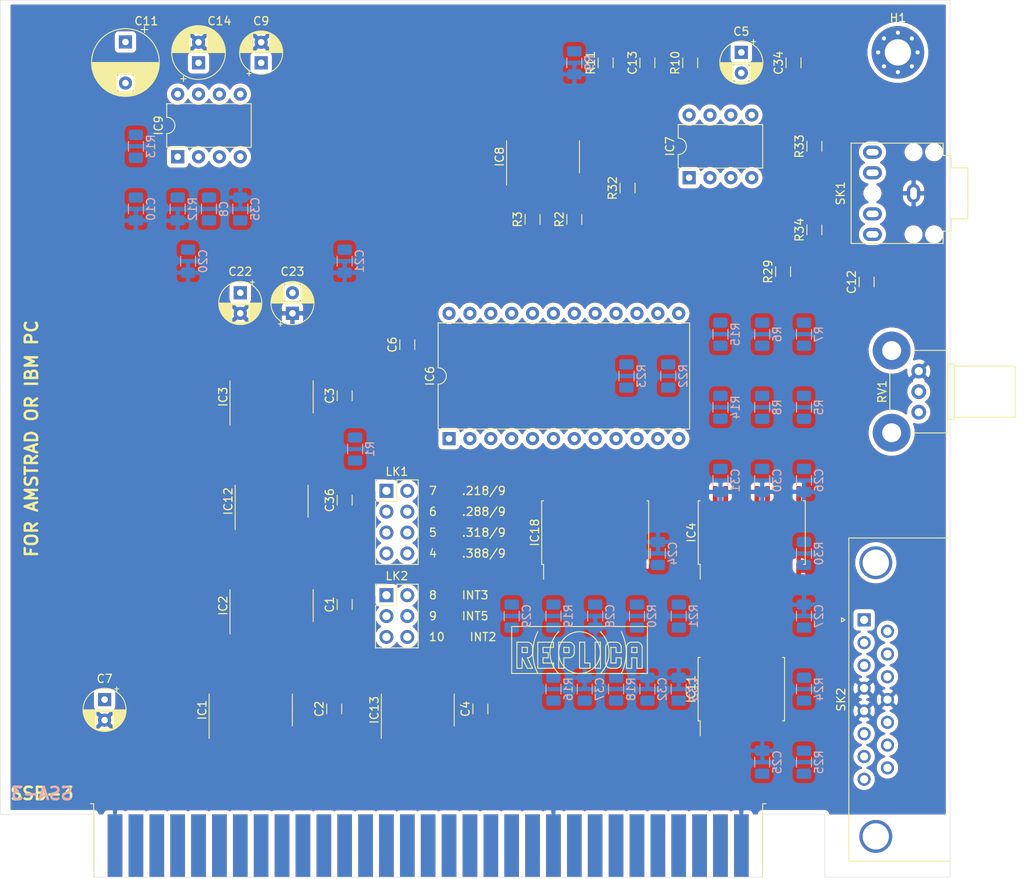
<source format=kicad_pcb>
(kicad_pcb (version 20171130) (host pcbnew 5.1.4-5.1.4)
  (layers (0 F.Cu signal) (31 B.Cu signal) (34 B.Paste user) (35 F.Paste user) (36 B.SilkS user) (37 F.SilkS user) (38 B.Mask user) (39 F.Mask user) (44 Edge.Cuts user))
  (net 0 "")
  (net 1 "Net-(C5-Pad2)")
  (net 2 "Net-(C5-Pad1)")
  (net 3 "Net-(C9-Pad1)")
  (net 4 "Net-(C11-Pad2)")
  (net 5 "Net-(C11-Pad1)")
  (net 6 "Net-(C14-Pad1)")
  (net 7 "Net-(C22-Pad1)")
  (net 8 "Net-(C23-Pad2)")
  (net 9 "Net-(IC1-Pad14)")
  (net 10 "Net-(IC1-Pad13)")
  (net 11 "Net-(IC1-Pad12)")
  (net 12 "Net-(IC1-Pad11)")
  (net 13 "Net-(IC1-Pad10)")
  (net 14 "Net-(IC1-Pad9)")
  (net 15 GND)
  (net 16 "Net-(IC1-Pad7)")
  (net 17 "Net-(IC1-Pad6)")
  (net 18 "Net-(IC1-Pad5)")
  (net 19 "Net-(IC1-Pad4)")
  (net 20 "Net-(IC1-Pad3)")
  (net 21 "Net-(IC1-Pad2)")
  (net 22 "Net-(IC1-Pad1)")
  (net 23 "Net-(IC2-Pad14)")
  (net 24 "Net-(IC2-Pad13)")
  (net 25 "Net-(IC2-Pad12)")
  (net 26 "Net-(IC2-Pad11)")
  (net 27 "Net-(IC2-Pad10)")
  (net 28 "Net-(IC2-Pad9)")
  (net 29 "Net-(IC2-Pad7)")
  (net 30 "Net-(IC2-Pad6)")
  (net 31 "Net-(IC2-Pad5)")
  (net 32 "Net-(IC2-Pad4)")
  (net 33 "Net-(IC2-Pad3)")
  (net 34 "Net-(IC2-Pad2)")
  (net 35 "Net-(IC2-Pad1)")
  (net 36 "Net-(IC3-Pad14)")
  (net 37 "Net-(IC3-Pad13)")
  (net 38 "Net-(IC3-Pad12)")
  (net 39 "Net-(IC3-Pad11)")
  (net 40 "Net-(IC3-Pad10)")
  (net 41 "Net-(IC3-Pad9)")
  (net 42 "Net-(IC3-Pad7)")
  (net 43 "Net-(IC3-Pad6)")
  (net 44 "Net-(IC3-Pad5)")
  (net 45 "Net-(IC3-Pad4)")
  (net 46 "Net-(IC3-Pad3)")
  (net 47 "Net-(IC3-Pad2)")
  (net 48 "Net-(IC3-Pad1)")
  (net 49 "Net-(IC4-Pad19)")
  (net 50 "Net-(IC4-Pad18)")
  (net 51 "Net-(IC4-Pad17)")
  (net 52 "Net-(IC4-Pad16)")
  (net 53 "Net-(IC4-Pad15)")
  (net 54 "Net-(IC4-Pad14)")
  (net 55 "Net-(IC4-Pad13)")
  (net 56 "Net-(IC4-Pad12)")
  (net 57 "Net-(IC4-Pad11)")
  (net 58 "Net-(IC4-Pad9)")
  (net 59 "Net-(IC4-Pad8)")
  (net 60 "Net-(IC4-Pad7)")
  (net 61 "Net-(IC4-Pad6)")
  (net 62 "Net-(IC4-Pad5)")
  (net 63 "Net-(IC4-Pad4)")
  (net 64 "Net-(IC4-Pad3)")
  (net 65 "Net-(IC4-Pad2)")
  (net 66 "Net-(IC4-Pad1)")
  (net 67 "Net-(IC8-Pad14)")
  (net 68 "Net-(IC8-Pad13)")
  (net 69 "Net-(IC8-Pad12)")
  (net 70 "Net-(IC8-Pad10)")
  (net 71 "Net-(IC8-Pad9)")
  (net 72 "Net-(IC8-Pad8)")
  (net 73 "Net-(IC8-Pad7)")
  (net 74 "Net-(IC8-Pad6)")
  (net 75 "Net-(IC8-Pad5)")
  (net 76 "Net-(IC8-Pad3)")
  (net 77 "Net-(IC8-Pad2)")
  (net 78 "Net-(IC8-Pad1)")
  (net 79 "Net-(IC12-Pad13)")
  (net 80 "Net-(IC12-Pad12)")
  (net 81 "Net-(IC12-Pad11)")
  (net 82 "Net-(IC12-Pad10)")
  (net 83 "Net-(IC12-Pad9)")
  (net 84 "Net-(IC12-Pad8)")
  (net 85 "Net-(IC12-Pad6)")
  (net 86 "Net-(IC12-Pad5)")
  (net 87 "Net-(IC12-Pad4)")
  (net 88 "Net-(IC12-Pad3)")
  (net 89 "Net-(IC12-Pad2)")
  (net 90 "Net-(IC12-Pad1)")
  (net 91 "Net-(IC18-Pad19)")
  (net 92 "Net-(IC18-Pad18)")
  (net 93 "Net-(IC18-Pad17)")
  (net 94 "Net-(IC18-Pad16)")
  (net 95 "Net-(IC18-Pad15)")
  (net 96 "Net-(IC18-Pad14)")
  (net 97 "Net-(IC18-Pad13)")
  (net 98 "Net-(IC18-Pad12)")
  (net 99 "Net-(IC18-Pad11)")
  (net 100 "Net-(IC18-Pad9)")
  (net 101 "Net-(IC18-Pad8)")
  (net 102 "Net-(IC18-Pad7)")
  (net 103 "Net-(IC18-Pad6)")
  (net 104 "Net-(IC18-Pad5)")
  (net 105 "Net-(IC18-Pad4)")
  (net 106 "Net-(IC18-Pad3)")
  (net 107 "Net-(IC18-Pad2)")
  (net 108 "Net-(IC18-Pad1)")
  (net 109 "Net-(J1-Pad62)")
  (net 110 "Net-(J1-Pad61)")
  (net 111 "Net-(J1-Pad60)")
  (net 112 "Net-(J1-Pad59)")
  (net 113 "Net-(J1-Pad58)")
  (net 114 "Net-(J1-Pad57)")
  (net 115 "Net-(J1-Pad56)")
  (net 116 "Net-(J1-Pad55)")
  (net 117 "Net-(J1-Pad54)")
  (net 118 "Net-(J1-Pad53)")
  (net 119 "Net-(J1-Pad52)")
  (net 120 "Net-(J1-Pad51)")
  (net 121 "Net-(J1-Pad50)")
  (net 122 "Net-(J1-Pad49)")
  (net 123 "Net-(J1-Pad48)")
  (net 124 "Net-(J1-Pad47)")
  (net 125 "Net-(J1-Pad46)")
  (net 126 "Net-(J1-Pad45)")
  (net 127 "Net-(J1-Pad44)")
  (net 128 "Net-(J1-Pad43)")
  (net 129 "Net-(J1-Pad42)")
  (net 130 "Net-(J1-Pad41)")
  (net 131 "Net-(J1-Pad40)")
  (net 132 "Net-(J1-Pad39)")
  (net 133 "Net-(J1-Pad38)")
  (net 134 "Net-(J1-Pad37)")
  (net 135 "Net-(J1-Pad36)")
  (net 136 "Net-(J1-Pad35)")
  (net 137 "Net-(J1-Pad34)")
  (net 138 "Net-(J1-Pad33)")
  (net 139 "Net-(J1-Pad32)")
  (net 140 "Net-(J1-Pad30)")
  (net 141 "Net-(J1-Pad28)")
  (net 142 "Net-(J1-Pad27)")
  (net 143 "Net-(J1-Pad26)")
  (net 144 "Net-(J1-Pad25)")
  (net 145 "Net-(J1-Pad24)")
  (net 146 "Net-(J1-Pad23)")
  (net 147 "Net-(J1-Pad22)")
  (net 148 "Net-(J1-Pad21)")
  (net 149 "Net-(J1-Pad20)")
  (net 150 "Net-(J1-Pad19)")
  (net 151 "Net-(J1-Pad18)")
  (net 152 "Net-(J1-Pad17)")
  (net 153 "Net-(J1-Pad16)")
  (net 154 "Net-(J1-Pad15)")
  (net 155 "Net-(J1-Pad14)")
  (net 156 "Net-(J1-Pad13)")
  (net 157 "Net-(J1-Pad12)")
  (net 158 "Net-(J1-Pad11)")
  (net 159 "Net-(J1-Pad9)")
  (net 160 "Net-(J1-Pad8)")
  (net 161 "Net-(J1-Pad7)")
  (net 162 "Net-(J1-Pad6)")
  (net 163 "Net-(J1-Pad5)")
  (net 164 "Net-(J1-Pad4)")
  (net 165 "Net-(J1-Pad2)")
  (net 166 "Net-(RV1-Pad1)")
  (net 167 "Net-(RV1-Pad2)")
  (net 168 "Net-(SK2-Pad0)")
  (net 169 "Net-(SK2-Pad14)")
  (net 170 "Net-(SK2-Pad13)")
  (net 171 "Net-(SK2-Pad11)")
  (net 172 "Net-(SK2-Pad10)")
  (net 173 "Net-(SK2-Pad7)")
  (net 174 "Net-(SK2-Pad6)")
  (net 175 "Net-(SK2-Pad3)")
  (net 176 "Net-(SK2-Pad2)")
  (net 177 "Net-(IC6-Pad24)")
  (net 178 "Net-(IC6-Pad12)")
  (net 179 "Net-(IC6-Pad23)")
  (net 180 "Net-(IC6-Pad11)")
  (net 181 "Net-(IC6-Pad22)")
  (net 182 "Net-(IC6-Pad10)")
  (net 183 "Net-(IC6-Pad21)")
  (net 184 "Net-(IC6-Pad9)")
  (net 185 "Net-(IC6-Pad20)")
  (net 186 "Net-(IC6-Pad8)")
  (net 187 "Net-(IC6-Pad19)")
  (net 188 "Net-(IC6-Pad7)")
  (net 189 "Net-(IC6-Pad18)")
  (net 190 "Net-(IC6-Pad6)")
  (net 191 "Net-(IC6-Pad17)")
  (net 192 "Net-(IC6-Pad5)")
  (net 193 "Net-(IC6-Pad16)")
  (net 194 "Net-(IC6-Pad4)")
  (net 195 "Net-(IC6-Pad15)")
  (net 196 "Net-(IC6-Pad3)")
  (net 197 "Net-(IC6-Pad14)")
  (net 198 "Net-(IC6-Pad2)")
  (net 199 "Net-(IC6-Pad13)")
  (net 200 "Net-(IC6-Pad1)")
  (net 201 "Net-(IC7-Pad8)")
  (net 202 "Net-(IC7-Pad4)")
  (net 203 "Net-(IC7-Pad7)")
  (net 204 "Net-(IC7-Pad3)")
  (net 205 "Net-(IC7-Pad6)")
  (net 206 "Net-(IC7-Pad2)")
  (net 207 "Net-(IC7-Pad5)")
  (net 208 "Net-(IC7-Pad1)")
  (net 209 "Net-(R2-Pad2)")
  (net 210 "Net-(R2-Pad1)")
  (net 211 "Net-(R3-Pad2)")
  (net 212 "Net-(R3-Pad1)")
  (net 213 "Net-(R10-Pad2)")
  (net 214 "Net-(R10-Pad1)")
  (net 215 "Net-(R11-Pad2)")
  (net 216 "Net-(R11-Pad1)")
  (net 217 "Net-(R29-Pad2)")
  (net 218 "Net-(R29-Pad1)")
  (net 219 "Net-(R32-Pad2)")
  (net 220 "Net-(R32-Pad1)")
  (net 221 "Net-(R33-Pad2)")
  (net 222 "Net-(R33-Pad1)")
  (net 223 "Net-(R34-Pad2)")
  (net 224 "Net-(R34-Pad1)")
  (net 225 "Net-(SK1-PadR)")
  (net 226 "Net-(SK1-PadT)")
  (net 227 "Net-(R1-Pad2)")
  (net 228 "Net-(R1-Pad1)")
  (net 229 "Net-(R5-Pad2)")
  (net 230 "Net-(R5-Pad1)")
  (net 231 "Net-(R6-Pad2)")
  (net 232 "Net-(R6-Pad1)")
  (net 233 "Net-(R7-Pad2)")
  (net 234 "Net-(R7-Pad1)")
  (net 235 "Net-(R8-Pad2)")
  (net 236 "Net-(R8-Pad1)")
  (net 237 "Net-(R9-Pad2)")
  (net 238 "Net-(R12-Pad2)")
  (net 239 "Net-(R13-Pad2)")
  (net 240 "Net-(R13-Pad1)")
  (net 241 "Net-(R14-Pad2)")
  (net 242 "Net-(R14-Pad1)")
  (net 243 "Net-(R15-Pad2)")
  (net 244 "Net-(R15-Pad1)")
  (net 245 "Net-(IC13-Pad13)")
  (net 246 "Net-(IC13-Pad12)")
  (net 247 "Net-(IC13-Pad11)")
  (net 248 "Net-(IC13-Pad10)")
  (net 249 "Net-(IC13-Pad9)")
  (net 250 "Net-(IC13-Pad8)")
  (net 251 "Net-(IC13-Pad6)")
  (net 252 "Net-(IC13-Pad5)")
  (net 253 "Net-(IC13-Pad4)")
  (net 254 "Net-(IC13-Pad3)")
  (net 255 "Net-(IC13-Pad2)")
  (net 256 "Net-(IC13-Pad1)")
  (net 257 "Net-(IC11-Pad16)")
  (net 258 "Net-(IC11-Pad15)")
  (net 259 "Net-(IC11-Pad14)")
  (net 260 "Net-(IC11-Pad13)")
  (net 261 "Net-(IC11-Pad12)")
  (net 262 "Net-(IC11-Pad11)")
  (net 263 "Net-(IC11-Pad10)")
  (net 264 "Net-(IC11-Pad9)")
  (net 265 "Net-(IC11-Pad8)")
  (net 266 "Net-(IC11-Pad7)")
  (net 267 "Net-(IC11-Pad6)")
  (net 268 "Net-(IC11-Pad5)")
  (net 269 "Net-(IC11-Pad4)")
  (net 270 "Net-(IC11-Pad3)")
  (net 271 "Net-(IC11-Pad2)")
  (net 272 "Net-(IC11-Pad1)")
  (net 273 "Net-(IC9-Pad8)")
  (net 274 "Net-(IC9-Pad4)")
  (net 275 "Net-(IC9-Pad7)")
  (net 276 "Net-(IC9-Pad3)")
  (net 277 "Net-(IC9-Pad6)")
  (net 278 "Net-(IC9-Pad2)")
  (net 279 "Net-(IC9-Pad5)")
  (net 280 "Net-(IC9-Pad1)")
  (net 281 "Net-(H1-Pad1)")
  (net 282 "Net-(C12-Pad2)")
  (net 283 "Net-(C12-Pad1)")
  (net 284 "Net-(C13-Pad2)")
  (net 285 "Net-(C13-Pad1)")
  (net 286 "Net-(C34-Pad2)")
  (net 287 "Net-(C34-Pad1)")
  (net 288 "Net-(R16-Pad2)")
  (net 289 "Net-(R16-Pad1)")
  (net 290 "Net-(R18-Pad2)")
  (net 291 "Net-(R18-Pad1)")
  (net 292 "Net-(R19-Pad2)")
  (net 293 "Net-(R19-Pad1)")
  (net 294 "Net-(R20-Pad2)")
  (net 295 "Net-(R20-Pad1)")
  (net 296 "Net-(R21-Pad2)")
  (net 297 "Net-(R21-Pad1)")
  (net 298 "Net-(R22-Pad2)")
  (net 299 "Net-(R22-Pad1)")
  (net 300 "Net-(R23-Pad2)")
  (net 301 "Net-(R23-Pad1)")
  (net 302 "Net-(R24-Pad2)")
  (net 303 "Net-(R24-Pad1)")
  (net 304 "Net-(R25-Pad2)")
  (net 305 "Net-(R25-Pad1)")
  (net 306 "Net-(R30-Pad2)")
  (net 307 "Net-(R30-Pad1)")
  (net 308 "Net-(C8-Pad2)")
  (net 309 "Net-(C8-Pad1)")
  (net 310 "Net-(C10-Pad2)")
  (net 311 "Net-(C20-Pad2)")
  (net 312 "Net-(C21-Pad2)")
  (net 313 "Net-(C24-Pad1)")
  (net 314 "Net-(C25-Pad1)")
  (net 315 "Net-(C26-Pad2)")
  (net 316 "Net-(C27-Pad1)")
  (net 317 "Net-(C28-Pad2)")
  (net 318 "Net-(C29-Pad2)")
  (net 319 "Net-(C29-Pad1)")
  (net 320 "Net-(C30-Pad2)")
  (net 321 "Net-(C31-Pad2)")
  (net 322 "Net-(C32-Pad1)")
  (net 323 "Net-(C33-Pad1)")
  (net 324 "Net-(C35-Pad1)")
  (net 325 "Net-(C37-Pad1)")
  (net 326 +5V)
  (net 327 "Net-(IC1-Pad15)")
  (net 328 "Net-(IC2-Pad15)")
  (net 329 "Net-(IC3-Pad15)")
  (net 330 "Net-(LK1-Pad7)")
  (net 331 "Net-(LK1-Pad5)")
  (net 332 "Net-(LK1-Pad3)")
  (net 333 "Net-(LK1-Pad2)")
  (net 334 "Net-(LK1-Pad1)")
  (net 335 "Net-(LK2-Pad6)")
  (net 336 "Net-(LK2-Pad5)")
  (net 337 "Net-(LK2-Pad4)")
  (net 338 "Net-(LK2-Pad3)")
  (net 339 "Net-(LK2-Pad2)")
  (net 340 "Net-(LK2-Pad1)")
  (module Package_SO:SOIC-16_3.9x9.9mm_P1.27mm (layer F.Cu) (at 158.75 81.28 90)
    (fp_text reference IC3 (at 0 -5.9 90) (layer F.SilkS))
    (fp_text value 74LS138)
    (pad 16 smd roundrect (at 2.475 -4.445 90) (size 1.95 0.6) (layers F.Cu F.Paste F.Mask) (net 326 +5V))
    (pad 15 smd roundrect (at 2.475 -3.175 90) (size 1.95 0.6) (layers F.Cu F.Paste F.Mask) (net 329 "Net-(IC3-Pad15)"))
    (pad 14 smd roundrect (at 2.475 -1.905 90) (size 1.95 0.6) (layers F.Cu F.Paste F.Mask) (net 36 "Net-(IC3-Pad14)"))
    (pad 13 smd roundrect (at 2.475 -0.635 90) (size 1.95 0.6) (layers F.Cu F.Paste F.Mask) (net 37 "Net-(IC3-Pad13)"))
    (pad 12 smd roundrect (at 2.475 0.635 90) (size 1.95 0.6) (layers F.Cu F.Paste F.Mask) (net 38 "Net-(IC3-Pad12)"))
    (pad 11 smd roundrect (at 2.475 1.905 90) (size 1.95 0.6) (layers F.Cu F.Paste F.Mask) (net 39 "Net-(IC3-Pad11)"))
    (pad 10 smd roundrect (at 2.475 3.175 90) (size 1.95 0.6) (layers F.Cu F.Paste F.Mask) (net 40 "Net-(IC3-Pad10)"))
    (pad 9 smd roundrect (at 2.475 4.445 90) (size 1.95 0.6) (layers F.Cu F.Paste F.Mask) (net 41 "Net-(IC3-Pad9)"))
    (pad 8 smd roundrect (at -2.475 4.445 90) (size 1.95 0.6) (layers F.Cu F.Paste F.Mask) (net 15 GND))
    (pad 7 smd roundrect (at -2.475 3.175 90) (size 1.95 0.6) (layers F.Cu F.Paste F.Mask) (net 42 "Net-(IC3-Pad7)"))
    (pad 6 smd roundrect (at -2.475 1.905 90) (size 1.95 0.6) (layers F.Cu F.Paste F.Mask) (net 43 "Net-(IC3-Pad6)"))
    (pad 5 smd roundrect (at -2.475 0.635 90) (size 1.95 0.6) (layers F.Cu F.Paste F.Mask) (net 44 "Net-(IC3-Pad5)"))
    (pad 4 smd roundrect (at -2.475 -0.635 90) (size 1.95 0.6) (layers F.Cu F.Paste F.Mask) (net 45 "Net-(IC3-Pad4)"))
    (pad 3 smd roundrect (at -2.475 -1.905 90) (size 1.95 0.6) (layers F.Cu F.Paste F.Mask) (net 46 "Net-(IC3-Pad3)"))
    (pad 2 smd roundrect (at -2.475 -3.175 90) (size 1.95 0.6) (layers F.Cu F.Paste F.Mask) (net 47 "Net-(IC3-Pad2)"))
    (pad 1 smd roundrect (at -2.475 -4.445 90) (size 1.95 0.6) (layers F.Cu F.Paste F.Mask) (net 48 "Net-(IC3-Pad1)"))
  )
  (module Package_SO:SOIC-16_3.9x9.9mm_P1.27mm (layer F.Cu) (at 158.75 106.68 90)
    (fp_text reference IC2 (at 0 -5.9 90) (layer F.SilkS))
    (fp_text value 74LS138)
    (pad 16 smd roundrect (at 2.475 -4.445 90) (size 1.95 0.6) (layers F.Cu F.Paste F.Mask) (net 326 +5V))
    (pad 15 smd roundrect (at 2.475 -3.175 90) (size 1.95 0.6) (layers F.Cu F.Paste F.Mask) (net 328 "Net-(IC2-Pad15)"))
    (pad 14 smd roundrect (at 2.475 -1.905 90) (size 1.95 0.6) (layers F.Cu F.Paste F.Mask) (net 23 "Net-(IC2-Pad14)"))
    (pad 13 smd roundrect (at 2.475 -0.635 90) (size 1.95 0.6) (layers F.Cu F.Paste F.Mask) (net 24 "Net-(IC2-Pad13)"))
    (pad 12 smd roundrect (at 2.475 0.635 90) (size 1.95 0.6) (layers F.Cu F.Paste F.Mask) (net 25 "Net-(IC2-Pad12)"))
    (pad 11 smd roundrect (at 2.475 1.905 90) (size 1.95 0.6) (layers F.Cu F.Paste F.Mask) (net 26 "Net-(IC2-Pad11)"))
    (pad 10 smd roundrect (at 2.475 3.175 90) (size 1.95 0.6) (layers F.Cu F.Paste F.Mask) (net 27 "Net-(IC2-Pad10)"))
    (pad 9 smd roundrect (at 2.475 4.445 90) (size 1.95 0.6) (layers F.Cu F.Paste F.Mask) (net 28 "Net-(IC2-Pad9)"))
    (pad 8 smd roundrect (at -2.475 4.445 90) (size 1.95 0.6) (layers F.Cu F.Paste F.Mask) (net 15 GND))
    (pad 7 smd roundrect (at -2.475 3.175 90) (size 1.95 0.6) (layers F.Cu F.Paste F.Mask) (net 29 "Net-(IC2-Pad7)"))
    (pad 6 smd roundrect (at -2.475 1.905 90) (size 1.95 0.6) (layers F.Cu F.Paste F.Mask) (net 30 "Net-(IC2-Pad6)"))
    (pad 5 smd roundrect (at -2.475 0.635 90) (size 1.95 0.6) (layers F.Cu F.Paste F.Mask) (net 31 "Net-(IC2-Pad5)"))
    (pad 4 smd roundrect (at -2.475 -0.635 90) (size 1.95 0.6) (layers F.Cu F.Paste F.Mask) (net 32 "Net-(IC2-Pad4)"))
    (pad 3 smd roundrect (at -2.475 -1.905 90) (size 1.95 0.6) (layers F.Cu F.Paste F.Mask) (net 33 "Net-(IC2-Pad3)"))
    (pad 2 smd roundrect (at -2.475 -3.175 90) (size 1.95 0.6) (layers F.Cu F.Paste F.Mask) (net 34 "Net-(IC2-Pad2)"))
    (pad 1 smd roundrect (at -2.475 -4.445 90) (size 1.95 0.6) (layers F.Cu F.Paste F.Mask) (net 35 "Net-(IC2-Pad1)"))
  )
  (module Package_SO:SOIC-16_3.9x9.9mm_P1.27mm (layer F.Cu) (at 156.21 119.38 90)
    (fp_text reference IC1 (at 0 -5.9 90) (layer F.SilkS))
    (fp_text value 74LS138)
    (pad 16 smd roundrect (at 2.475 -4.445 90) (size 1.95 0.6) (layers F.Cu F.Paste F.Mask) (net 326 +5V))
    (pad 15 smd roundrect (at 2.475 -3.175 90) (size 1.95 0.6) (layers F.Cu F.Paste F.Mask) (net 327 "Net-(IC1-Pad15)"))
    (pad 14 smd roundrect (at 2.475 -1.905 90) (size 1.95 0.6) (layers F.Cu F.Paste F.Mask) (net 9 "Net-(IC1-Pad14)"))
    (pad 13 smd roundrect (at 2.475 -0.635 90) (size 1.95 0.6) (layers F.Cu F.Paste F.Mask) (net 10 "Net-(IC1-Pad13)"))
    (pad 12 smd roundrect (at 2.475 0.635 90) (size 1.95 0.6) (layers F.Cu F.Paste F.Mask) (net 11 "Net-(IC1-Pad12)"))
    (pad 11 smd roundrect (at 2.475 1.905 90) (size 1.95 0.6) (layers F.Cu F.Paste F.Mask) (net 12 "Net-(IC1-Pad11)"))
    (pad 10 smd roundrect (at 2.475 3.175 90) (size 1.95 0.6) (layers F.Cu F.Paste F.Mask) (net 13 "Net-(IC1-Pad10)"))
    (pad 9 smd roundrect (at 2.475 4.445 90) (size 1.95 0.6) (layers F.Cu F.Paste F.Mask) (net 14 "Net-(IC1-Pad9)"))
    (pad 8 smd roundrect (at -2.475 4.445 90) (size 1.95 0.6) (layers F.Cu F.Paste F.Mask) (net 15 GND))
    (pad 7 smd roundrect (at -2.475 3.175 90) (size 1.95 0.6) (layers F.Cu F.Paste F.Mask) (net 16 "Net-(IC1-Pad7)"))
    (pad 6 smd roundrect (at -2.475 1.905 90) (size 1.95 0.6) (layers F.Cu F.Paste F.Mask) (net 17 "Net-(IC1-Pad6)"))
    (pad 5 smd roundrect (at -2.475 0.635 90) (size 1.95 0.6) (layers F.Cu F.Paste F.Mask) (net 18 "Net-(IC1-Pad5)"))
    (pad 4 smd roundrect (at -2.475 -0.635 90) (size 1.95 0.6) (layers F.Cu F.Paste F.Mask) (net 19 "Net-(IC1-Pad4)"))
    (pad 3 smd roundrect (at -2.475 -1.905 90) (size 1.95 0.6) (layers F.Cu F.Paste F.Mask) (net 20 "Net-(IC1-Pad3)"))
    (pad 2 smd roundrect (at -2.475 -3.175 90) (size 1.95 0.6) (layers F.Cu F.Paste F.Mask) (net 21 "Net-(IC1-Pad2)"))
    (pad 1 smd roundrect (at -2.475 -4.445 90) (size 1.95 0.6) (layers F.Cu F.Paste F.Mask) (net 22 "Net-(IC1-Pad1)"))
  )
  (module Connector_PCBEdge:BUS_AT (layer F.Cu) (at 215.9 135.89)
    (fp_text reference J1 hide)
    (fp_text value Bus_ISA_8bit)
    (pad 62 connect rect (at -76.2 0) (size 1.78 7.62) (layers F.Cu F.Mask) (net 109 "Net-(J1-Pad62)"))
    (pad 61 connect rect (at -73.66 0) (size 1.78 7.62) (layers F.Cu F.Mask) (net 110 "Net-(J1-Pad61)"))
    (pad 60 connect rect (at -71.12 0) (size 1.78 7.62) (layers F.Cu F.Mask) (net 111 "Net-(J1-Pad60)"))
    (pad 59 connect rect (at -68.58 0) (size 1.78 7.62) (layers F.Cu F.Mask) (net 112 "Net-(J1-Pad59)"))
    (pad 58 connect rect (at -66.04 0) (size 1.78 7.62) (layers F.Cu F.Mask) (net 113 "Net-(J1-Pad58)"))
    (pad 57 connect rect (at -63.5 0) (size 1.78 7.62) (layers F.Cu F.Mask) (net 114 "Net-(J1-Pad57)"))
    (pad 56 connect rect (at -60.96 0) (size 1.78 7.62) (layers F.Cu F.Mask) (net 115 "Net-(J1-Pad56)"))
    (pad 55 connect rect (at -58.42 0) (size 1.78 7.62) (layers F.Cu F.Mask) (net 116 "Net-(J1-Pad55)"))
    (pad 54 connect rect (at -55.88 0) (size 1.78 7.62) (layers F.Cu F.Mask) (net 117 "Net-(J1-Pad54)"))
    (pad 53 connect rect (at -53.34 0) (size 1.78 7.62) (layers F.Cu F.Mask) (net 118 "Net-(J1-Pad53)"))
    (pad 52 connect rect (at -50.8 0) (size 1.78 7.62) (layers F.Cu F.Mask) (net 119 "Net-(J1-Pad52)"))
    (pad 51 connect rect (at -48.26 0) (size 1.78 7.62) (layers F.Cu F.Mask) (net 120 "Net-(J1-Pad51)"))
    (pad 50 connect rect (at -45.72 0) (size 1.78 7.62) (layers F.Cu F.Mask) (net 121 "Net-(J1-Pad50)"))
    (pad 49 connect rect (at -43.18 0) (size 1.78 7.62) (layers F.Cu F.Mask) (net 122 "Net-(J1-Pad49)"))
    (pad 48 connect rect (at -40.64 0) (size 1.78 7.62) (layers F.Cu F.Mask) (net 123 "Net-(J1-Pad48)"))
    (pad 47 connect rect (at -38.1 0) (size 1.78 7.62) (layers F.Cu F.Mask) (net 124 "Net-(J1-Pad47)"))
    (pad 46 connect rect (at -35.56 0) (size 1.78 7.62) (layers F.Cu F.Mask) (net 125 "Net-(J1-Pad46)"))
    (pad 45 connect rect (at -33.02 0) (size 1.78 7.62) (layers F.Cu F.Mask) (net 126 "Net-(J1-Pad45)"))
    (pad 44 connect rect (at -30.48 0) (size 1.78 7.62) (layers F.Cu F.Mask) (net 127 "Net-(J1-Pad44)"))
    (pad 43 connect rect (at -27.94 0) (size 1.78 7.62) (layers F.Cu F.Mask) (net 128 "Net-(J1-Pad43)"))
    (pad 42 connect rect (at -25.4 0) (size 1.78 7.62) (layers F.Cu F.Mask) (net 129 "Net-(J1-Pad42)"))
    (pad 41 connect rect (at -22.86 0) (size 1.78 7.62) (layers F.Cu F.Mask) (net 130 "Net-(J1-Pad41)"))
    (pad 40 connect rect (at -20.32 0) (size 1.78 7.62) (layers F.Cu F.Mask) (net 131 "Net-(J1-Pad40)"))
    (pad 39 connect rect (at -17.78 0) (size 1.78 7.62) (layers F.Cu F.Mask) (net 132 "Net-(J1-Pad39)"))
    (pad 38 connect rect (at -15.24 0) (size 1.78 7.62) (layers F.Cu F.Mask) (net 133 "Net-(J1-Pad38)"))
    (pad 37 connect rect (at -12.7 0) (size 1.78 7.62) (layers F.Cu F.Mask) (net 134 "Net-(J1-Pad37)"))
    (pad 36 connect rect (at -10.16 0) (size 1.78 7.62) (layers F.Cu F.Mask) (net 135 "Net-(J1-Pad36)"))
    (pad 35 connect rect (at -7.62 0) (size 1.78 7.62) (layers F.Cu F.Mask) (net 136 "Net-(J1-Pad35)"))
    (pad 34 connect rect (at -5.08 0) (size 1.78 7.62) (layers F.Cu F.Mask) (net 137 "Net-(J1-Pad34)"))
    (pad 33 connect rect (at -2.54 0) (size 1.78 7.62) (layers F.Cu F.Mask) (net 138 "Net-(J1-Pad33)"))
    (pad 32 connect rect (at 0 0) (size 1.78 7.62) (layers F.Cu F.Mask) (net 139 "Net-(J1-Pad32)"))
    (pad 31 connect rect (at -76.2 0) (size 1.78 7.62) (layers B.Cu B.Mask) (net 15 GND))
    (pad 30 connect rect (at -73.66 0) (size 1.78 7.62) (layers B.Cu B.Mask) (net 140 "Net-(J1-Pad30)"))
    (pad 29 connect rect (at -71.12 0) (size 1.78 7.62) (layers B.Cu B.Mask) (net 326 +5V))
    (pad 28 connect rect (at -68.58 0) (size 1.78 7.62) (layers B.Cu B.Mask) (net 141 "Net-(J1-Pad28)"))
    (pad 27 connect rect (at -66.04 0) (size 1.78 7.62) (layers B.Cu B.Mask) (net 142 "Net-(J1-Pad27)"))
    (pad 26 connect rect (at -63.5 0) (size 1.78 7.62) (layers B.Cu B.Mask) (net 143 "Net-(J1-Pad26)"))
    (pad 25 connect rect (at -60.96 0) (size 1.78 7.62) (layers B.Cu B.Mask) (net 144 "Net-(J1-Pad25)"))
    (pad 24 connect rect (at -58.42 0) (size 1.78 7.62) (layers B.Cu B.Mask) (net 145 "Net-(J1-Pad24)"))
    (pad 23 connect rect (at -55.88 0) (size 1.78 7.62) (layers B.Cu B.Mask) (net 146 "Net-(J1-Pad23)"))
    (pad 22 connect rect (at -53.34 0) (size 1.78 7.62) (layers B.Cu B.Mask) (net 147 "Net-(J1-Pad22)"))
    (pad 21 connect rect (at -50.8 0) (size 1.78 7.62) (layers B.Cu B.Mask) (net 148 "Net-(J1-Pad21)"))
    (pad 20 connect rect (at -48.26 0) (size 1.78 7.62) (layers B.Cu B.Mask) (net 149 "Net-(J1-Pad20)"))
    (pad 19 connect rect (at -45.72 0) (size 1.78 7.62) (layers B.Cu B.Mask) (net 150 "Net-(J1-Pad19)"))
    (pad 18 connect rect (at -43.18 0) (size 1.78 7.62) (layers B.Cu B.Mask) (net 151 "Net-(J1-Pad18)"))
    (pad 17 connect rect (at -40.64 0) (size 1.78 7.62) (layers B.Cu B.Mask) (net 152 "Net-(J1-Pad17)"))
    (pad 16 connect rect (at -38.1 0) (size 1.78 7.62) (layers B.Cu B.Mask) (net 153 "Net-(J1-Pad16)"))
    (pad 15 connect rect (at -35.56 0) (size 1.78 7.62) (layers B.Cu B.Mask) (net 154 "Net-(J1-Pad15)"))
    (pad 14 connect rect (at -33.02 0) (size 1.78 7.62) (layers B.Cu B.Mask) (net 155 "Net-(J1-Pad14)"))
    (pad 13 connect rect (at -30.48 0) (size 1.78 7.62) (layers B.Cu B.Mask) (net 156 "Net-(J1-Pad13)"))
    (pad 12 connect rect (at -27.94 0) (size 1.78 7.62) (layers B.Cu B.Mask) (net 157 "Net-(J1-Pad12)"))
    (pad 11 connect rect (at -25.4 0) (size 1.78 7.62) (layers B.Cu B.Mask) (net 158 "Net-(J1-Pad11)"))
    (pad 10 connect rect (at -22.86 0) (size 1.78 7.62) (layers B.Cu B.Mask) (net 15 GND))
    (pad 9 connect rect (at -20.32 0) (size 1.78 7.62) (layers B.Cu B.Mask) (net 159 "Net-(J1-Pad9)"))
    (pad 8 connect rect (at -17.78 0) (size 1.78 7.62) (layers B.Cu B.Mask) (net 160 "Net-(J1-Pad8)"))
    (pad 7 connect rect (at -15.24 0) (size 1.78 7.62) (layers B.Cu B.Mask) (net 161 "Net-(J1-Pad7)"))
    (pad 6 connect rect (at -12.7 0) (size 1.78 7.62) (layers B.Cu B.Mask) (net 162 "Net-(J1-Pad6)"))
    (pad 5 connect rect (at -10.16 0) (size 1.78 7.62) (layers B.Cu B.Mask) (net 163 "Net-(J1-Pad5)"))
    (pad 4 connect rect (at -7.62 0) (size 1.78 7.62) (layers B.Cu B.Mask) (net 164 "Net-(J1-Pad4)"))
    (pad 3 connect rect (at -5.08 0) (size 1.78 7.62) (layers B.Cu B.Mask) (net 326 +5V))
    (pad 2 connect rect (at -2.54 0) (size 1.78 7.62) (layers B.Cu B.Mask) (net 165 "Net-(J1-Pad2)"))
    (pad 1 connect rect (at 0 0) (size 1.78 7.62) (layers B.Cu B.Mask) (net 15 GND))
  )
  (module Capacitor_SMD:C_1206_3216Metric (layer B.Cu) (at 196.85 116.84 90)
    (fp_text reference C37 (at 0 1.82 90) (layer B.SilkS) (effects (justify mirror)))
    (fp_text value C)
    (pad 2 smd roundrect (at 1.4 0 90) (size 1.25 1.75) (layers B.Cu B.Paste B.Mask) (roundrect_rratio 0.2) (net 15 GND))
    (pad 1 smd roundrect (at -1.4 0 90) (size 1.25 1.75) (layers B.Cu B.Paste B.Mask) (roundrect_rratio 0.2) (net 325 "Net-(C37-Pad1)"))
  )
  (module Capacitor_SMD:C_1206_3216Metric (layer B.Cu) (at 154.94 58.42 90)
    (fp_text reference C35 (at 0 1.82 90) (layer B.SilkS) (effects (justify mirror)))
    (fp_text value 47nF)
    (pad 2 smd roundrect (at 1.4 0 90) (size 1.25 1.75) (layers B.Cu B.Paste B.Mask) (roundrect_rratio 0.2) (net 15 GND))
    (pad 1 smd roundrect (at -1.4 0 90) (size 1.25 1.75) (layers B.Cu B.Paste B.Mask) (roundrect_rratio 0.2) (net 324 "Net-(C35-Pad1)"))
  )
  (module Capacitor_SMD:C_1206_3216Metric (layer B.Cu) (at 208.28 116.84 90)
    (fp_text reference C33 (at 0 1.82 90) (layer B.SilkS) (effects (justify mirror)))
    (fp_text value 10nF)
    (pad 1 smd roundrect (at -1.4 0 90) (size 1.25 1.75) (layers B.Cu B.Paste B.Mask) (roundrect_rratio 0.2) (net 323 "Net-(C33-Pad1)"))
    (pad 2 smd roundrect (at 1.4 0 90) (size 1.25 1.75) (layers B.Cu B.Paste B.Mask) (roundrect_rratio 0.2) (net 15 GND))
  )
  (module Capacitor_SMD:C_1206_3216Metric (layer B.Cu) (at 204.47 116.84 90)
    (fp_text reference C32 (at 0 1.82 90) (layer B.SilkS) (effects (justify mirror)))
    (fp_text value 10nF)
    (pad 1 smd roundrect (at -1.4 0 90) (size 1.25 1.75) (layers B.Cu B.Paste B.Mask) (roundrect_rratio 0.2) (net 322 "Net-(C32-Pad1)"))
    (pad 2 smd roundrect (at 1.4 0 90) (size 1.25 1.75) (layers B.Cu B.Paste B.Mask) (roundrect_rratio 0.2) (net 15 GND))
  )
  (module Capacitor_SMD:C_1206_3216Metric (layer B.Cu) (at 213.36 91.44 90)
    (fp_text reference C31 (at 0 1.82 90) (layer B.SilkS) (effects (justify mirror)))
    (fp_text value 10nF)
    (pad 1 smd roundrect (at -1.4 0 90) (size 1.25 1.75) (layers B.Cu B.Paste B.Mask) (roundrect_rratio 0.2) (net 15 GND))
    (pad 2 smd roundrect (at 1.4 0 90) (size 1.25 1.75) (layers B.Cu B.Paste B.Mask) (roundrect_rratio 0.2) (net 321 "Net-(C31-Pad2)"))
  )
  (module Capacitor_SMD:C_1206_3216Metric (layer B.Cu) (at 218.44 91.44 90)
    (fp_text reference C30 (at 0 1.82 90) (layer B.SilkS) (effects (justify mirror)))
    (fp_text value 10nF)
    (pad 1 smd roundrect (at -1.4 0 90) (size 1.25 1.75) (layers B.Cu B.Paste B.Mask) (roundrect_rratio 0.2) (net 15 GND))
    (pad 2 smd roundrect (at 1.4 0 90) (size 1.25 1.75) (layers B.Cu B.Paste B.Mask) (roundrect_rratio 0.2) (net 320 "Net-(C30-Pad2)"))
  )
  (module Capacitor_SMD:C_1206_3216Metric (layer B.Cu) (at 187.96 107.95 90)
    (fp_text reference C29 (at 0 1.82 90) (layer B.SilkS) (effects (justify mirror)))
    (fp_text value 51pF)
    (pad 1 smd roundrect (at -1.4 0 90) (size 1.25 1.75) (layers B.Cu B.Paste B.Mask) (roundrect_rratio 0.2) (net 319 "Net-(C29-Pad1)"))
    (pad 2 smd roundrect (at 1.4 0 90) (size 1.25 1.75) (layers B.Cu B.Paste B.Mask) (roundrect_rratio 0.2) (net 318 "Net-(C29-Pad2)"))
  )
  (module Capacitor_SMD:C_1206_3216Metric (layer B.Cu) (at 198.12 107.95 90)
    (fp_text reference C28 (at 0 1.82 90) (layer B.SilkS) (effects (justify mirror)))
    (fp_text value 51pF)
    (pad 1 smd roundrect (at -1.4 0 90) (size 1.25 1.75) (layers B.Cu B.Paste B.Mask) (roundrect_rratio 0.2) (net 15 GND))
    (pad 2 smd roundrect (at 1.4 0 90) (size 1.25 1.75) (layers B.Cu B.Paste B.Mask) (roundrect_rratio 0.2) (net 317 "Net-(C28-Pad2)"))
  )
  (module Capacitor_SMD:C_1206_3216Metric (layer B.Cu) (at 223.52 107.95 90)
    (fp_text reference C27 (at 0 1.82 90) (layer B.SilkS) (effects (justify mirror)))
    (fp_text value 51pF)
    (pad 1 smd roundrect (at -1.4 0 90) (size 1.25 1.75) (layers B.Cu B.Paste B.Mask) (roundrect_rratio 0.2) (net 316 "Net-(C27-Pad1)"))
    (pad 2 smd roundrect (at 1.4 0 90) (size 1.25 1.75) (layers B.Cu B.Paste B.Mask) (roundrect_rratio 0.2) (net 15 GND))
  )
  (module Capacitor_SMD:C_1206_3216Metric (layer B.Cu) (at 223.52 91.44 90)
    (fp_text reference C26 (at 0 1.82 90) (layer B.SilkS) (effects (justify mirror)))
    (fp_text value 51pF)
    (pad 1 smd roundrect (at -1.4 0 90) (size 1.25 1.75) (layers B.Cu B.Paste B.Mask) (roundrect_rratio 0.2) (net 15 GND))
    (pad 2 smd roundrect (at 1.4 0 90) (size 1.25 1.75) (layers B.Cu B.Paste B.Mask) (roundrect_rratio 0.2) (net 315 "Net-(C26-Pad2)"))
  )
  (module Capacitor_SMD:C_1206_3216Metric (layer B.Cu) (at 218.44 125.73 90)
    (fp_text reference C25 (at 0 1.82 90) (layer B.SilkS) (effects (justify mirror)))
    (fp_text value 10nF)
    (pad 1 smd roundrect (at -1.4 0 90) (size 1.25 1.75) (layers B.Cu B.Paste B.Mask) (roundrect_rratio 0.2) (net 314 "Net-(C25-Pad1)"))
    (pad 2 smd roundrect (at 1.4 0 90) (size 1.25 1.75) (layers B.Cu B.Paste B.Mask) (roundrect_rratio 0.2) (net 15 GND))
  )
  (module Capacitor_SMD:C_1206_3216Metric (layer B.Cu) (at 205.74 100.33 90)
    (fp_text reference C24 (at 0 1.82 90) (layer B.SilkS) (effects (justify mirror)))
    (fp_text value 47nF)
    (pad 2 smd roundrect (at 1.4 0 90) (size 1.25 1.75) (layers B.Cu B.Paste B.Mask) (roundrect_rratio 0.2) (net 15 GND))
    (pad 1 smd roundrect (at -1.4 0 90) (size 1.25 1.75) (layers B.Cu B.Paste B.Mask) (roundrect_rratio 0.2) (net 313 "Net-(C24-Pad1)"))
  )
  (module Capacitor_SMD:C_1206_3216Metric (layer B.Cu) (at 167.64 64.77 90)
    (fp_text reference C21 (at 0 1.82 90) (layer B.SilkS) (effects (justify mirror)))
    (fp_text value C)
    (pad 2 smd roundrect (at 1.4 0 90) (size 1.25 1.75) (layers B.Cu B.Paste B.Mask) (roundrect_rratio 0.2) (net 312 "Net-(C21-Pad2)"))
    (pad 1 smd roundrect (at -1.4 0 90) (size 1.25 1.75) (layers B.Cu B.Paste B.Mask) (roundrect_rratio 0.2) (net 15 GND))
  )
  (module Capacitor_SMD:C_1206_3216Metric (layer B.Cu) (at 148.59 64.77 90)
    (fp_text reference C20 (at 0 1.82 90) (layer B.SilkS) (effects (justify mirror)))
    (fp_text value 47nF)
    (pad 2 smd roundrect (at 1.4 0 90) (size 1.25 1.75) (layers B.Cu B.Paste B.Mask) (roundrect_rratio 0.2) (net 311 "Net-(C20-Pad2)"))
    (pad 1 smd roundrect (at -1.4 0 90) (size 1.25 1.75) (layers B.Cu B.Paste B.Mask) (roundrect_rratio 0.2) (net 15 GND))
  )
  (module Capacitor_SMD:C_1206_3216Metric (layer B.Cu) (at 142.24 58.42 90)
    (fp_text reference C10 (at 0 1.82 90) (layer B.SilkS) (effects (justify mirror)))
    (fp_text value C)
    (pad 2 smd roundrect (at 1.4 0 90) (size 1.25 1.75) (layers B.Cu B.Paste B.Mask) (roundrect_rratio 0.2) (net 310 "Net-(C10-Pad2)"))
    (pad 1 smd roundrect (at -1.4 0 90) (size 1.25 1.75) (layers B.Cu B.Paste B.Mask) (roundrect_rratio 0.2) (net 15 GND))
  )
  (module Capacitor_SMD:C_1206_3216Metric (layer B.Cu) (at 151.13 58.42 90)
    (fp_text reference C8 (at 0 1.82 90) (layer B.SilkS) (effects (justify mirror)))
    (fp_text value C)
    (pad 2 smd roundrect (at 1.4 0 90) (size 1.25 1.75) (layers B.Cu B.Paste B.Mask) (roundrect_rratio 0.2) (net 308 "Net-(C8-Pad2)"))
    (pad 1 smd roundrect (at -1.4 0 90) (size 1.25 1.75) (layers B.Cu B.Paste B.Mask) (roundrect_rratio 0.2) (net 309 "Net-(C8-Pad1)"))
  )
  (module Resistor_SMD:R_1206_3216Metric (layer B.Cu) (at 223.52 100.33 90)
    (fp_text reference R30 (at 0 1.82 90) (layer B.SilkS) (effects (justify mirror)))
    (fp_text value 1kΩ)
    (pad 1 smd roundrect (at -1.4 0 90) (size 1.25 1.75) (layers B.Cu B.Paste B.Mask) (roundrect_rratio 0.2) (net 307 "Net-(R30-Pad1)"))
    (pad 2 smd roundrect (at 1.4 0 90) (size 1.25 1.75) (layers B.Cu B.Paste B.Mask) (roundrect_rratio 0.2) (net 306 "Net-(R30-Pad2)"))
  )
  (module Resistor_SMD:R_1206_3216Metric (layer B.Cu) (at 223.52 125.73 90)
    (fp_text reference R25 (at 0 1.82 90) (layer B.SilkS) (effects (justify mirror)))
    (fp_text value 2.2kΩ)
    (pad 1 smd roundrect (at -1.4 0 90) (size 1.25 1.75) (layers B.Cu B.Paste B.Mask) (roundrect_rratio 0.2) (net 305 "Net-(R25-Pad1)"))
    (pad 2 smd roundrect (at 1.4 0 90) (size 1.25 1.75) (layers B.Cu B.Paste B.Mask) (roundrect_rratio 0.2) (net 304 "Net-(R25-Pad2)"))
  )
  (module Resistor_SMD:R_1206_3216Metric (layer B.Cu) (at 223.52 116.84 90)
    (fp_text reference R24 (at 0 1.82 90) (layer B.SilkS) (effects (justify mirror)))
    (fp_text value 2.2kΩ)
    (pad 1 smd roundrect (at -1.4 0 90) (size 1.25 1.75) (layers B.Cu B.Paste B.Mask) (roundrect_rratio 0.2) (net 303 "Net-(R24-Pad1)"))
    (pad 2 smd roundrect (at 1.4 0 90) (size 1.25 1.75) (layers B.Cu B.Paste B.Mask) (roundrect_rratio 0.2) (net 302 "Net-(R24-Pad2)"))
  )
  (module Resistor_SMD:R_1206_3216Metric (layer B.Cu) (at 201.93 78.74 90)
    (fp_text reference R23 (at 0 1.82 90) (layer B.SilkS) (effects (justify mirror)))
    (fp_text value 2.2kΩ)
    (pad 1 smd roundrect (at -1.4 0 90) (size 1.25 1.75) (layers B.Cu B.Paste B.Mask) (roundrect_rratio 0.2) (net 301 "Net-(R23-Pad1)"))
    (pad 2 smd roundrect (at 1.4 0 90) (size 1.25 1.75) (layers B.Cu B.Paste B.Mask) (roundrect_rratio 0.2) (net 300 "Net-(R23-Pad2)"))
  )
  (module Resistor_SMD:R_1206_3216Metric (layer B.Cu) (at 207.01 78.74 90)
    (fp_text reference R22 (at 0 1.82 90) (layer B.SilkS) (effects (justify mirror)))
    (fp_text value 2.2kΩ)
    (pad 1 smd roundrect (at -1.4 0 90) (size 1.25 1.75) (layers B.Cu B.Paste B.Mask) (roundrect_rratio 0.2) (net 299 "Net-(R22-Pad1)"))
    (pad 2 smd roundrect (at 1.4 0 90) (size 1.25 1.75) (layers B.Cu B.Paste B.Mask) (roundrect_rratio 0.2) (net 298 "Net-(R22-Pad2)"))
  )
  (module Resistor_SMD:R_1206_3216Metric (layer B.Cu) (at 208.28 107.95 90)
    (fp_text reference R21 (at 0 1.82 90) (layer B.SilkS) (effects (justify mirror)))
    (fp_text value 1kΩ)
    (pad 1 smd roundrect (at -1.4 0 90) (size 1.25 1.75) (layers B.Cu B.Paste B.Mask) (roundrect_rratio 0.2) (net 297 "Net-(R21-Pad1)"))
    (pad 2 smd roundrect (at 1.4 0 90) (size 1.25 1.75) (layers B.Cu B.Paste B.Mask) (roundrect_rratio 0.2) (net 296 "Net-(R21-Pad2)"))
  )
  (module Resistor_SMD:R_1206_3216Metric (layer B.Cu) (at 203.2 107.95 90)
    (fp_text reference R20 (at 0 1.82 90) (layer B.SilkS) (effects (justify mirror)))
    (fp_text value 1kΩ)
    (pad 1 smd roundrect (at -1.4 0 90) (size 1.25 1.75) (layers B.Cu B.Paste B.Mask) (roundrect_rratio 0.2) (net 295 "Net-(R20-Pad1)"))
    (pad 2 smd roundrect (at 1.4 0 90) (size 1.25 1.75) (layers B.Cu B.Paste B.Mask) (roundrect_rratio 0.2) (net 294 "Net-(R20-Pad2)"))
  )
  (module Resistor_SMD:R_1206_3216Metric (layer B.Cu) (at 193.04 107.95 90)
    (fp_text reference R19 (at 0 1.82 90) (layer B.SilkS) (effects (justify mirror)))
    (fp_text value 1kΩ)
    (pad 1 smd roundrect (at -1.4 0 90) (size 1.25 1.75) (layers B.Cu B.Paste B.Mask) (roundrect_rratio 0.2) (net 293 "Net-(R19-Pad1)"))
    (pad 2 smd roundrect (at 1.4 0 90) (size 1.25 1.75) (layers B.Cu B.Paste B.Mask) (roundrect_rratio 0.2) (net 292 "Net-(R19-Pad2)"))
  )
  (module Resistor_SMD:R_1206_3216Metric (layer B.Cu) (at 200.66 116.84 90)
    (fp_text reference R18 (at 0 1.82 90) (layer B.SilkS) (effects (justify mirror)))
    (fp_text value 1kΩ)
    (pad 1 smd roundrect (at -1.4 0 90) (size 1.25 1.75) (layers B.Cu B.Paste B.Mask) (roundrect_rratio 0.2) (net 291 "Net-(R18-Pad1)"))
    (pad 2 smd roundrect (at 1.4 0 90) (size 1.25 1.75) (layers B.Cu B.Paste B.Mask) (roundrect_rratio 0.2) (net 290 "Net-(R18-Pad2)"))
  )
  (module Resistor_SMD:R_1206_3216Metric (layer B.Cu) (at 193.04 116.84 90)
    (fp_text reference R16 (at 0 1.82 90) (layer B.SilkS) (effects (justify mirror)))
    (fp_text value 1kΩ)
    (pad 1 smd roundrect (at -1.4 0 90) (size 1.25 1.75) (layers B.Cu B.Paste B.Mask) (roundrect_rratio 0.2) (net 289 "Net-(R16-Pad1)"))
    (pad 2 smd roundrect (at 1.4 0 90) (size 1.25 1.75) (layers B.Cu B.Paste B.Mask) (roundrect_rratio 0.2) (net 288 "Net-(R16-Pad2)"))
  )
  (module Capacitor_SMD:C_1206_3216Metric (layer F.Cu) (at 167.64 93.85 90)
    (fp_text reference C36 (at 0 -1.82 90) (layer F.SilkS))
    (fp_text value 47nF)
    (pad 1 smd roundrect (at -1.4 0 90) (size 1.25 1.75) (layers F.Cu F.Paste F.Mask) (roundrect_rratio 0.2) (net 15 GND))
    (pad 2 smd roundrect (at 1.4 0 90) (size 1.25 1.75) (layers F.Cu F.Paste F.Mask) (roundrect_rratio 0.2) (net 326 +5V))
  )
  (module Capacitor_SMD:C_1206_3216Metric (layer F.Cu) (at 222.25 40.64 90)
    (fp_text reference C34 (at 0 -1.82 90) (layer F.SilkS))
    (fp_text value C)
    (pad 2 smd roundrect (at 1.4 0 90) (size 1.25 1.75) (layers F.Cu F.Paste F.Mask) (roundrect_rratio 0.2) (net 286 "Net-(C34-Pad2)"))
    (pad 1 smd roundrect (at -1.4 0 90) (size 1.25 1.75) (layers F.Cu F.Paste F.Mask) (roundrect_rratio 0.2) (net 287 "Net-(C34-Pad1)"))
  )
  (module Capacitor_SMD:C_1206_3216Metric (layer F.Cu) (at 204.47 40.64 90)
    (fp_text reference C13 (at 0 -1.82 90) (layer F.SilkS))
    (fp_text value 51pF?)
    (pad 2 smd roundrect (at 1.4 0 90) (size 1.25 1.75) (layers F.Cu F.Paste F.Mask) (roundrect_rratio 0.2) (net 284 "Net-(C13-Pad2)"))
    (pad 1 smd roundrect (at -1.4 0 90) (size 1.25 1.75) (layers F.Cu F.Paste F.Mask) (roundrect_rratio 0.2) (net 285 "Net-(C13-Pad1)"))
  )
  (module Capacitor_SMD:C_1206_3216Metric (layer F.Cu) (at 231.14 67.31 90)
    (fp_text reference C12 (at 0 -1.82 90) (layer F.SilkS))
    (fp_text value C)
    (pad 2 smd roundrect (at 1.4 0 90) (size 1.25 1.75) (layers F.Cu F.Paste F.Mask) (roundrect_rratio 0.2) (net 282 "Net-(C12-Pad2)"))
    (pad 1 smd roundrect (at -1.4 0 90) (size 1.25 1.75) (layers F.Cu F.Paste F.Mask) (roundrect_rratio 0.2) (net 283 "Net-(C12-Pad1)"))
  )
  (module Capacitor_SMD:C_1206_3216Metric (layer F.Cu) (at 175.26 74.93 90)
    (fp_text reference C6 (at 0 -1.82 90) (layer F.SilkS))
    (fp_text value 47nF)
    (pad 1 smd roundrect (at -1.4 0 90) (size 1.25 1.75) (layers F.Cu F.Paste F.Mask) (roundrect_rratio 0.2) (net 326 +5V))
    (pad 2 smd roundrect (at 1.4 0 90) (size 1.25 1.75) (layers F.Cu F.Paste F.Mask) (roundrect_rratio 0.2) (net 15 GND))
  )
  (module Capacitor_SMD:C_1206_3216Metric (layer F.Cu) (at 184.15 119.25 90)
    (fp_text reference C4 (at 0 -1.82 90) (layer F.SilkS))
    (fp_text value 47nF)
    (pad 1 smd roundrect (at -1.4 0 90) (size 1.25 1.75) (layers F.Cu F.Paste F.Mask) (roundrect_rratio 0.2) (net 15 GND))
    (pad 2 smd roundrect (at 1.4 0 90) (size 1.25 1.75) (layers F.Cu F.Paste F.Mask) (roundrect_rratio 0.2) (net 326 +5V))
  )
  (module Capacitor_SMD:C_1206_3216Metric (layer F.Cu) (at 167.64 81.15 90)
    (fp_text reference C3 (at 0 -1.82 90) (layer F.SilkS))
    (fp_text value 47nF)
    (pad 1 smd roundrect (at -1.4 0 90) (size 1.25 1.75) (layers F.Cu F.Paste F.Mask) (roundrect_rratio 0.2) (net 15 GND))
    (pad 2 smd roundrect (at 1.4 0 90) (size 1.25 1.75) (layers F.Cu F.Paste F.Mask) (roundrect_rratio 0.2) (net 326 +5V))
  )
  (module Capacitor_SMD:C_1206_3216Metric (layer F.Cu) (at 166.37 119.25 90)
    (fp_text reference C2 (at 0 -1.82 90) (layer F.SilkS))
    (fp_text value 47nF)
    (pad 1 smd roundrect (at -1.4 0 90) (size 1.25 1.75) (layers F.Cu F.Paste F.Mask) (roundrect_rratio 0.2) (net 15 GND))
    (pad 2 smd roundrect (at 1.4 0 90) (size 1.25 1.75) (layers F.Cu F.Paste F.Mask) (roundrect_rratio 0.2) (net 326 +5V))
  )
  (module Capacitor_SMD:C_1206_3216Metric (layer F.Cu) (at 167.64 106.55 90)
    (fp_text reference C1 (at 0 -1.82 90) (layer F.SilkS))
    (fp_text value 47nF)
    (pad 1 smd roundrect (at -1.4 0 90) (size 1.25 1.75) (layers F.Cu F.Paste F.Mask) (roundrect_rratio 0.2) (net 15 GND))
    (pad 2 smd roundrect (at 1.4 0 90) (size 1.25 1.75) (layers F.Cu F.Paste F.Mask) (roundrect_rratio 0.2) (net 326 +5V))
  )
  (module MountingHole:MountingHole_3.2mm_M3_Pad_Via (layer F.Cu) (at 234.95 39.37)
    (fp_text reference H1 (at 0 -4.2) (layer F.SilkS))
    (fp_text value MountingHole_Pad)
    (pad 1 thru_hole circle (at 1.697056 -1.697056) (size 0.8 0.8) (drill 0.5) (layers *.Cu *.Mask) (net 281 "Net-(H1-Pad1)"))
    (pad 1 thru_hole circle (at 0 -2.4) (size 0.8 0.8) (drill 0.5) (layers *.Cu *.Mask) (net 281 "Net-(H1-Pad1)"))
    (pad 1 thru_hole circle (at -1.697056 -1.697056) (size 0.8 0.8) (drill 0.5) (layers *.Cu *.Mask) (net 281 "Net-(H1-Pad1)"))
    (pad 1 thru_hole circle (at -2.4 0) (size 0.8 0.8) (drill 0.5) (layers *.Cu *.Mask) (net 281 "Net-(H1-Pad1)"))
    (pad 1 thru_hole circle (at -1.697056 1.697056) (size 0.8 0.8) (drill 0.5) (layers *.Cu *.Mask) (net 281 "Net-(H1-Pad1)"))
    (pad 1 thru_hole circle (at 0 2.4) (size 0.8 0.8) (drill 0.5) (layers *.Cu *.Mask) (net 281 "Net-(H1-Pad1)"))
    (pad 1 thru_hole circle (at 1.697056 1.697056) (size 0.8 0.8) (drill 0.5) (layers *.Cu *.Mask) (net 281 "Net-(H1-Pad1)"))
    (pad 1 thru_hole circle (at 2.4 0) (size 0.8 0.8) (drill 0.5) (layers *.Cu *.Mask) (net 281 "Net-(H1-Pad1)"))
    (pad 1 thru_hole circle (at 0 0) (size 6.4 6.4) (drill 3.2) (layers *.Cu *.Mask) (net 281 "Net-(H1-Pad1)"))
  )
  (module Package_DIP:DIP-8_W7.62mm (layer F.Cu) (at 147.32 52.07 90)
    (fp_text reference IC9 (at 3.81 -2.33 90) (layer F.SilkS))
    (fp_text value TDA7233)
    (pad 8 thru_hole oval (at 7.62 0 90) (size 1.6 1.6) (drill 0.8) (layers *.Cu *.Mask) (net 273 "Net-(IC9-Pad8)"))
    (pad 4 thru_hole oval (at 0 7.62 90) (size 1.6 1.6) (drill 0.8) (layers *.Cu *.Mask) (net 274 "Net-(IC9-Pad4)"))
    (pad 7 thru_hole oval (at 7.62 2.54 90) (size 1.6 1.6) (drill 0.8) (layers *.Cu *.Mask) (net 275 "Net-(IC9-Pad7)"))
    (pad 3 thru_hole oval (at 0 5.08 90) (size 1.6 1.6) (drill 0.8) (layers *.Cu *.Mask) (net 276 "Net-(IC9-Pad3)"))
    (pad 6 thru_hole oval (at 7.62 5.08 90) (size 1.6 1.6) (drill 0.8) (layers *.Cu *.Mask) (net 277 "Net-(IC9-Pad6)"))
    (pad 2 thru_hole oval (at 0 2.54 90) (size 1.6 1.6) (drill 0.8) (layers *.Cu *.Mask) (net 278 "Net-(IC9-Pad2)"))
    (pad 5 thru_hole oval (at 7.62 7.62 90) (size 1.6 1.6) (drill 0.8) (layers *.Cu *.Mask) (net 279 "Net-(IC9-Pad5)"))
    (pad 1 thru_hole rect (at 0 0 90) (size 1.6 1.6) (drill 0.8) (layers *.Cu *.Mask) (net 280 "Net-(IC9-Pad1)"))
  )
  (module Package_SO:SOIC-16W_7.5x10.3mm_P1.27mm (layer F.Cu) (at 215.9 116.84 90)
    (fp_text reference IC11 (at 0 -6.1 90) (layer F.SilkS))
    (fp_text value NE558)
    (pad 16 smd roundrect (at 4.65 -4.445 90) (size 2.05 0.6) (layers F.Cu F.Paste F.Mask) (net 257 "Net-(IC11-Pad16)"))
    (pad 15 smd roundrect (at 4.65 -3.175 90) (size 2.05 0.6) (layers F.Cu F.Paste F.Mask) (net 258 "Net-(IC11-Pad15)"))
    (pad 14 smd roundrect (at 4.65 -1.905 90) (size 2.05 0.6) (layers F.Cu F.Paste F.Mask) (net 259 "Net-(IC11-Pad14)"))
    (pad 13 smd roundrect (at 4.65 -0.635 90) (size 2.05 0.6) (layers F.Cu F.Paste F.Mask) (net 260 "Net-(IC11-Pad13)"))
    (pad 12 smd roundrect (at 4.65 0.635 90) (size 2.05 0.6) (layers F.Cu F.Paste F.Mask) (net 261 "Net-(IC11-Pad12)"))
    (pad 11 smd roundrect (at 4.65 1.905 90) (size 2.05 0.6) (layers F.Cu F.Paste F.Mask) (net 262 "Net-(IC11-Pad11)"))
    (pad 10 smd roundrect (at 4.65 3.175 90) (size 2.05 0.6) (layers F.Cu F.Paste F.Mask) (net 263 "Net-(IC11-Pad10)"))
    (pad 9 smd roundrect (at 4.65 4.445 90) (size 2.05 0.6) (layers F.Cu F.Paste F.Mask) (net 264 "Net-(IC11-Pad9)"))
    (pad 8 smd roundrect (at -4.65 4.445 90) (size 2.05 0.6) (layers F.Cu F.Paste F.Mask) (net 265 "Net-(IC11-Pad8)"))
    (pad 7 smd roundrect (at -4.65 3.175 90) (size 2.05 0.6) (layers F.Cu F.Paste F.Mask) (net 266 "Net-(IC11-Pad7)"))
    (pad 6 smd roundrect (at -4.65 1.905 90) (size 2.05 0.6) (layers F.Cu F.Paste F.Mask) (net 267 "Net-(IC11-Pad6)"))
    (pad 5 smd roundrect (at -4.65 0.635 90) (size 2.05 0.6) (layers F.Cu F.Paste F.Mask) (net 268 "Net-(IC11-Pad5)"))
    (pad 4 smd roundrect (at -4.65 -0.635 90) (size 2.05 0.6) (layers F.Cu F.Paste F.Mask) (net 269 "Net-(IC11-Pad4)"))
    (pad 3 smd roundrect (at -4.65 -1.905 90) (size 2.05 0.6) (layers F.Cu F.Paste F.Mask) (net 270 "Net-(IC11-Pad3)"))
    (pad 2 smd roundrect (at -4.65 -3.175 90) (size 2.05 0.6) (layers F.Cu F.Paste F.Mask) (net 271 "Net-(IC11-Pad2)"))
    (pad 1 smd roundrect (at -4.65 -4.445 90) (size 2.05 0.6) (layers F.Cu F.Paste F.Mask) (net 272 "Net-(IC11-Pad1)"))
  )
  (module Package_SO:SOIC-14_3.9x8.7mm_P1.27mm (layer F.Cu) (at 176.53 119.38 90)
    (fp_text reference IC13 (at 0 -5.28 90) (layer F.SilkS))
    (fp_text value 74LS74)
    (pad 14 smd roundrect (at 2.475 -3.81 90) (size 1.95 0.6) (layers F.Cu F.Paste F.Mask) (net 326 +5V))
    (pad 13 smd roundrect (at 2.475 -2.54 90) (size 1.95 0.6) (layers F.Cu F.Paste F.Mask) (net 245 "Net-(IC13-Pad13)"))
    (pad 12 smd roundrect (at 2.475 -1.27 90) (size 1.95 0.6) (layers F.Cu F.Paste F.Mask) (net 246 "Net-(IC13-Pad12)"))
    (pad 11 smd roundrect (at 2.475 0 90) (size 1.95 0.6) (layers F.Cu F.Paste F.Mask) (net 247 "Net-(IC13-Pad11)"))
    (pad 10 smd roundrect (at 2.475 1.27 90) (size 1.95 0.6) (layers F.Cu F.Paste F.Mask) (net 248 "Net-(IC13-Pad10)"))
    (pad 9 smd roundrect (at 2.475 2.54 90) (size 1.95 0.6) (layers F.Cu F.Paste F.Mask) (net 249 "Net-(IC13-Pad9)"))
    (pad 8 smd roundrect (at 2.475 3.81 90) (size 1.95 0.6) (layers F.Cu F.Paste F.Mask) (net 250 "Net-(IC13-Pad8)"))
    (pad 7 smd roundrect (at -2.475 3.81 90) (size 1.95 0.6) (layers F.Cu F.Paste F.Mask) (net 15 GND))
    (pad 6 smd roundrect (at -2.475 2.54 90) (size 1.95 0.6) (layers F.Cu F.Paste F.Mask) (net 251 "Net-(IC13-Pad6)"))
    (pad 5 smd roundrect (at -2.475 1.27 90) (size 1.95 0.6) (layers F.Cu F.Paste F.Mask) (net 252 "Net-(IC13-Pad5)"))
    (pad 4 smd roundrect (at -2.475 0 90) (size 1.95 0.6) (layers F.Cu F.Paste F.Mask) (net 253 "Net-(IC13-Pad4)"))
    (pad 3 smd roundrect (at -2.475 -1.27 90) (size 1.95 0.6) (layers F.Cu F.Paste F.Mask) (net 254 "Net-(IC13-Pad3)"))
    (pad 2 smd roundrect (at -2.475 -2.54 90) (size 1.95 0.6) (layers F.Cu F.Paste F.Mask) (net 255 "Net-(IC13-Pad2)"))
    (pad 1 smd roundrect (at -2.475 -3.81 90) (size 1.95 0.6) (layers F.Cu F.Paste F.Mask) (net 256 "Net-(IC13-Pad1)"))
  )
  (module Resistor_SMD:R_1206_3216Metric (layer B.Cu) (at 213.36 73.66 90)
    (fp_text reference R15 (at 0 1.82 90) (layer B.SilkS) (effects (justify mirror)))
    (fp_text value 1kΩ)
    (pad 2 smd roundrect (at 1.4 0 90) (size 1.25 1.75) (layers B.Cu B.Paste B.Mask) (roundrect_rratio 0.2) (net 243 "Net-(R15-Pad2)"))
    (pad 1 smd roundrect (at -1.4 0 90) (size 1.25 1.75) (layers B.Cu B.Paste B.Mask) (roundrect_rratio 0.2) (net 244 "Net-(R15-Pad1)"))
  )
  (module Resistor_SMD:R_1206_3216Metric (layer B.Cu) (at 213.36 82.55 90)
    (fp_text reference R14 (at 0 1.82 90) (layer B.SilkS) (effects (justify mirror)))
    (fp_text value 1kΩ)
    (pad 2 smd roundrect (at 1.4 0 90) (size 1.25 1.75) (layers B.Cu B.Paste B.Mask) (roundrect_rratio 0.2) (net 241 "Net-(R14-Pad2)"))
    (pad 1 smd roundrect (at -1.4 0 90) (size 1.25 1.75) (layers B.Cu B.Paste B.Mask) (roundrect_rratio 0.2) (net 242 "Net-(R14-Pad1)"))
  )
  (module Resistor_SMD:R_1206_3216Metric (layer B.Cu) (at 142.24 50.8 90)
    (fp_text reference R13 (at 0 1.82 90) (layer B.SilkS) (effects (justify mirror)))
    (fp_text value 100Ω)
    (pad 2 smd roundrect (at 1.4 0 90) (size 1.25 1.75) (layers B.Cu B.Paste B.Mask) (roundrect_rratio 0.2) (net 239 "Net-(R13-Pad2)"))
    (pad 1 smd roundrect (at -1.4 0 90) (size 1.25 1.75) (layers B.Cu B.Paste B.Mask) (roundrect_rratio 0.2) (net 240 "Net-(R13-Pad1)"))
  )
  (module Resistor_SMD:R_1206_3216Metric (layer B.Cu) (at 147.32 58.42 90)
    (fp_text reference R12 (at 0 1.82 90) (layer B.SilkS) (effects (justify mirror)))
    (fp_text value 22kΩ)
    (pad 2 smd roundrect (at 1.4 0 90) (size 1.25 1.75) (layers B.Cu B.Paste B.Mask) (roundrect_rratio 0.2) (net 238 "Net-(R12-Pad2)"))
    (pad 1 smd roundrect (at -1.4 0 90) (size 1.25 1.75) (layers B.Cu B.Paste B.Mask) (roundrect_rratio 0.2) (net 15 GND))
  )
  (module Resistor_SMD:R_1206_3216Metric (layer B.Cu) (at 195.58 40.64 90)
    (fp_text reference R9 (at 0 1.82 90) (layer B.SilkS) (effects (justify mirror)))
    (fp_text value "100kΩ ?")
    (pad 2 smd roundrect (at 1.4 0 90) (size 1.25 1.75) (layers B.Cu B.Paste B.Mask) (roundrect_rratio 0.2) (net 237 "Net-(R9-Pad2)"))
    (pad 1 smd roundrect (at -1.4 0 90) (size 1.25 1.75) (layers B.Cu B.Paste B.Mask) (roundrect_rratio 0.2) (net 15 GND))
  )
  (module Resistor_SMD:R_1206_3216Metric (layer B.Cu) (at 218.44 82.55 90)
    (fp_text reference R8 (at 0 1.82 90) (layer B.SilkS) (effects (justify mirror)))
    (fp_text value ?)
    (pad 2 smd roundrect (at 1.4 0 90) (size 1.25 1.75) (layers B.Cu B.Paste B.Mask) (roundrect_rratio 0.2) (net 235 "Net-(R8-Pad2)"))
    (pad 1 smd roundrect (at -1.4 0 90) (size 1.25 1.75) (layers B.Cu B.Paste B.Mask) (roundrect_rratio 0.2) (net 236 "Net-(R8-Pad1)"))
  )
  (module Resistor_SMD:R_1206_3216Metric (layer B.Cu) (at 223.52 73.66 90)
    (fp_text reference R7 (at 0 1.82 90) (layer B.SilkS) (effects (justify mirror)))
    (fp_text value ?)
    (pad 2 smd roundrect (at 1.4 0 90) (size 1.25 1.75) (layers B.Cu B.Paste B.Mask) (roundrect_rratio 0.2) (net 233 "Net-(R7-Pad2)"))
    (pad 1 smd roundrect (at -1.4 0 90) (size 1.25 1.75) (layers B.Cu B.Paste B.Mask) (roundrect_rratio 0.2) (net 234 "Net-(R7-Pad1)"))
  )
  (module Resistor_SMD:R_1206_3216Metric (layer B.Cu) (at 218.44 73.66 90)
    (fp_text reference R6 (at 0 1.82 90) (layer B.SilkS) (effects (justify mirror)))
    (fp_text value ?)
    (pad 2 smd roundrect (at 1.4 0 90) (size 1.25 1.75) (layers B.Cu B.Paste B.Mask) (roundrect_rratio 0.2) (net 231 "Net-(R6-Pad2)"))
    (pad 1 smd roundrect (at -1.4 0 90) (size 1.25 1.75) (layers B.Cu B.Paste B.Mask) (roundrect_rratio 0.2) (net 232 "Net-(R6-Pad1)"))
  )
  (module Resistor_SMD:R_1206_3216Metric (layer B.Cu) (at 223.52 82.55 90)
    (fp_text reference R5 (at 0 1.82 90) (layer B.SilkS) (effects (justify mirror)))
    (fp_text value ?)
    (pad 1 smd roundrect (at -1.4 0 90) (size 1.25 1.75) (layers B.Cu B.Paste B.Mask) (roundrect_rratio 0.2) (net 230 "Net-(R5-Pad1)"))
    (pad 2 smd roundrect (at 1.4 0 90) (size 1.25 1.75) (layers B.Cu B.Paste B.Mask) (roundrect_rratio 0.2) (net 229 "Net-(R5-Pad2)"))
  )
  (module Resistor_SMD:R_1206_3216Metric (layer B.Cu) (at 168.91 87.63 90)
    (fp_text reference R1 (at 0 1.82 90) (layer B.SilkS) (effects (justify mirror)))
    (fp_text value 22Ω)
    (pad 2 smd roundrect (at 1.4 0 90) (size 1.25 1.75) (layers B.Cu B.Paste B.Mask) (roundrect_rratio 0.2) (net 227 "Net-(R1-Pad2)"))
    (pad 1 smd roundrect (at -1.4 0 90) (size 1.25 1.75) (layers B.Cu B.Paste B.Mask) (roundrect_rratio 0.2) (net 228 "Net-(R1-Pad1)"))
  )
  (module ym3812_card_with_gameport:Jack_3.5mm_CUI_SJ1-3525N_Horizontal (layer F.Cu) (at 236.855 56.515 270)
    (fp_text reference SK1 (at 0 8.89 90) (layer F.SilkS))
    (fp_text value AudioJack3)
    (pad "" np_thru_hole circle (at -5 -2.5 270) (size 1.2 1.2) (drill 1.2) (layers *.Cu *.Mask))
    (pad "" np_thru_hole circle (at 5 -2.5 270) (size 1.2 1.2) (drill 1.2) (layers *.Cu *.Mask))
    (pad "" np_thru_hole circle (at 5 0 270) (size 1.2 1.2) (drill 1.2) (layers *.Cu *.Mask))
    (pad "" np_thru_hole circle (at -5 0 270) (size 1.2 1.2) (drill 1.2) (layers *.Cu *.Mask))
    (pad "" np_thru_hole circle (at 0 5 270) (size 1.2 1.2) (drill 1.2) (layers *.Cu *.Mask))
    (pad RN thru_hole oval (at 2.5 5 270) (size 1.6 2.3) (drill oval 0.8 1.5) (layers *.Cu *.Mask))
    (pad TN thru_hole oval (at -2.5 5 270) (size 1.6 2.3) (drill oval 0.8 1.5) (layers *.Cu *.Mask))
    (pad R thru_hole oval (at 5 5 270) (size 1.6 2.3) (drill oval 0.8 1.5) (layers *.Cu *.Mask) (net 225 "Net-(SK1-PadR)"))
    (pad T thru_hole oval (at -5 5 270) (size 1.6 2.3) (drill oval 0.8 1.5) (layers *.Cu *.Mask) (net 226 "Net-(SK1-PadT)"))
    (pad S thru_hole oval (at 0 0 270) (size 2.3 1.6) (drill oval 1.5 0.8) (layers *.Cu *.Mask) (net 15 GND))
  )
  (module Resistor_SMD:R_1206_3216Metric (layer F.Cu) (at 224.79 60.96 90)
    (fp_text reference R34 (at 0 -1.82 90) (layer F.SilkS))
    (fp_text value 100Ω)
    (pad 1 smd roundrect (at -1.4 0 90) (size 1.25 1.75) (layers F.Cu F.Paste F.Mask) (roundrect_rratio 0.2) (net 224 "Net-(R34-Pad1)"))
    (pad 2 smd roundrect (at 1.4 0 90) (size 1.25 1.75) (layers F.Cu F.Paste F.Mask) (roundrect_rratio 0.2) (net 223 "Net-(R34-Pad2)"))
  )
  (module Resistor_SMD:R_1206_3216Metric (layer F.Cu) (at 224.79 50.8 90)
    (fp_text reference R33 (at 0 -1.82 90) (layer F.SilkS))
    (fp_text value 100Ω)
    (pad 1 smd roundrect (at -1.4 0 90) (size 1.25 1.75) (layers F.Cu F.Paste F.Mask) (roundrect_rratio 0.2) (net 222 "Net-(R33-Pad1)"))
    (pad 2 smd roundrect (at 1.4 0 90) (size 1.25 1.75) (layers F.Cu F.Paste F.Mask) (roundrect_rratio 0.2) (net 221 "Net-(R33-Pad2)"))
  )
  (module Resistor_SMD:R_1206_3216Metric (layer F.Cu) (at 202.06 55.88 90)
    (fp_text reference R32 (at 0 -1.82 90) (layer F.SilkS))
    (fp_text value 10kΩ)
    (pad 2 smd roundrect (at 1.4 0 90) (size 1.25 1.75) (layers F.Cu F.Paste F.Mask) (roundrect_rratio 0.2) (net 219 "Net-(R32-Pad2)"))
    (pad 1 smd roundrect (at -1.4 0 90) (size 1.25 1.75) (layers F.Cu F.Paste F.Mask) (roundrect_rratio 0.2) (net 220 "Net-(R32-Pad1)"))
  )
  (module Resistor_SMD:R_1206_3216Metric (layer F.Cu) (at 220.98 66.04 90)
    (fp_text reference R29 (at 0 -1.82 90) (layer F.SilkS))
    (fp_text value 100kΩ)
    (pad 2 smd roundrect (at 1.4 0 90) (size 1.25 1.75) (layers F.Cu F.Paste F.Mask) (roundrect_rratio 0.2) (net 217 "Net-(R29-Pad2)"))
    (pad 1 smd roundrect (at -1.4 0 90) (size 1.25 1.75) (layers F.Cu F.Paste F.Mask) (roundrect_rratio 0.2) (net 218 "Net-(R29-Pad1)"))
  )
  (module Resistor_SMD:R_1206_3216Metric (layer F.Cu) (at 199.39 40.64 90)
    (fp_text reference R11 (at 0 -1.82 90) (layer F.SilkS))
    (fp_text value 10kΩ)
    (pad 2 smd roundrect (at 1.4 0 90) (size 1.25 1.75) (layers F.Cu F.Paste F.Mask) (roundrect_rratio 0.2) (net 215 "Net-(R11-Pad2)"))
    (pad 1 smd roundrect (at -1.4 0 90) (size 1.25 1.75) (layers F.Cu F.Paste F.Mask) (roundrect_rratio 0.2) (net 216 "Net-(R11-Pad1)"))
  )
  (module Resistor_SMD:R_1206_3216Metric (layer F.Cu) (at 209.68 40.64 90)
    (fp_text reference R10 (at 0 -1.82 90) (layer F.SilkS))
    (fp_text value 22kΩ)
    (pad 2 smd roundrect (at 1.4 0 90) (size 1.25 1.75) (layers F.Cu F.Paste F.Mask) (roundrect_rratio 0.2) (net 213 "Net-(R10-Pad2)"))
    (pad 1 smd roundrect (at -1.4 0 90) (size 1.25 1.75) (layers F.Cu F.Paste F.Mask) (roundrect_rratio 0.2) (net 214 "Net-(R10-Pad1)"))
  )
  (module Resistor_SMD:R_1206_3216Metric (layer F.Cu) (at 190.5 59.69 90)
    (fp_text reference R3 (at 0 -1.82 90) (layer F.SilkS))
    (fp_text value 4.7kΩ)
    (pad 2 smd roundrect (at 1.4 0 90) (size 1.25 1.75) (layers F.Cu F.Paste F.Mask) (roundrect_rratio 0.2) (net 211 "Net-(R3-Pad2)"))
    (pad 1 smd roundrect (at -1.4 0 90) (size 1.25 1.75) (layers F.Cu F.Paste F.Mask) (roundrect_rratio 0.2) (net 212 "Net-(R3-Pad1)"))
  )
  (module Resistor_SMD:R_1206_3216Metric (layer F.Cu) (at 195.58 59.69 90)
    (fp_text reference R2 (at 0 -1.82 90) (layer F.SilkS))
    (fp_text value 4.7kΩ)
    (pad 2 smd roundrect (at 1.4 0 90) (size 1.25 1.75) (layers F.Cu F.Paste F.Mask) (roundrect_rratio 0.2) (net 209 "Net-(R2-Pad2)"))
    (pad 1 smd roundrect (at -1.4 0 90) (size 1.25 1.75) (layers F.Cu F.Paste F.Mask) (roundrect_rratio 0.2) (net 210 "Net-(R2-Pad1)"))
  )
  (module Connector_PinHeader_2.54mm:PinHeader_2x03_P2.54mm_Vertical (layer F.Cu) (at 172.72 105.41)
    (fp_text reference LK2 (at 1.27 -2.33) (layer F.SilkS))
    (fp_text value Conn_02x03_Counter_Clockwise)
    (pad 6 thru_hole oval (at 2.54 5.08) (size 1.7 1.7) (drill 1) (layers *.Cu *.Mask) (net 335 "Net-(LK2-Pad6)"))
    (pad 5 thru_hole oval (at 0 5.08) (size 1.7 1.7) (drill 1) (layers *.Cu *.Mask) (net 336 "Net-(LK2-Pad5)"))
    (pad 4 thru_hole oval (at 2.54 2.54) (size 1.7 1.7) (drill 1) (layers *.Cu *.Mask) (net 337 "Net-(LK2-Pad4)"))
    (pad 3 thru_hole oval (at 0 2.54) (size 1.7 1.7) (drill 1) (layers *.Cu *.Mask) (net 338 "Net-(LK2-Pad3)"))
    (pad 2 thru_hole oval (at 2.54 0) (size 1.7 1.7) (drill 1) (layers *.Cu *.Mask) (net 339 "Net-(LK2-Pad2)"))
    (pad 1 thru_hole rect (at 0 0) (size 1.7 1.7) (drill 1) (layers *.Cu *.Mask) (net 340 "Net-(LK2-Pad1)"))
  )
  (module Connector_PinHeader_2.54mm:PinHeader_2x04_P2.54mm_Vertical (layer F.Cu) (at 172.72 92.71)
    (fp_text reference LK1 (at 1.27 -2.33) (layer F.SilkS))
    (fp_text value Conn_02x04_Odd_Even)
    (pad 8 thru_hole oval (at 2.54 7.62) (size 1.7 1.7) (drill 1) (layers *.Cu *.Mask) (net 333 "Net-(LK1-Pad2)"))
    (pad 7 thru_hole oval (at 0 7.62) (size 1.7 1.7) (drill 1) (layers *.Cu *.Mask) (net 330 "Net-(LK1-Pad7)"))
    (pad 6 thru_hole oval (at 2.54 5.08) (size 1.7 1.7) (drill 1) (layers *.Cu *.Mask) (net 333 "Net-(LK1-Pad2)"))
    (pad 5 thru_hole oval (at 0 5.08) (size 1.7 1.7) (drill 1) (layers *.Cu *.Mask) (net 331 "Net-(LK1-Pad5)"))
    (pad 4 thru_hole oval (at 2.54 2.54) (size 1.7 1.7) (drill 1) (layers *.Cu *.Mask) (net 333 "Net-(LK1-Pad2)"))
    (pad 3 thru_hole oval (at 0 2.54) (size 1.7 1.7) (drill 1) (layers *.Cu *.Mask) (net 332 "Net-(LK1-Pad3)"))
    (pad 2 thru_hole oval (at 2.54 0) (size 1.7 1.7) (drill 1) (layers *.Cu *.Mask) (net 333 "Net-(LK1-Pad2)"))
    (pad 1 thru_hole rect (at 0 0) (size 1.7 1.7) (drill 1) (layers *.Cu *.Mask) (net 334 "Net-(LK1-Pad1)"))
  )
  (module Package_DIP:DIP-8_W7.62mm (layer F.Cu) (at 209.55 54.61 90)
    (fp_text reference IC7 (at 3.81 -2.33 90) (layer F.SilkS))
    (fp_text value Y3014B)
    (pad 8 thru_hole oval (at 7.62 0 90) (size 1.6 1.6) (drill 0.8) (layers *.Cu *.Mask) (net 201 "Net-(IC7-Pad8)"))
    (pad 4 thru_hole oval (at 0 7.62 90) (size 1.6 1.6) (drill 0.8) (layers *.Cu *.Mask) (net 202 "Net-(IC7-Pad4)"))
    (pad 7 thru_hole oval (at 7.62 2.54 90) (size 1.6 1.6) (drill 0.8) (layers *.Cu *.Mask) (net 203 "Net-(IC7-Pad7)"))
    (pad 3 thru_hole oval (at 0 5.08 90) (size 1.6 1.6) (drill 0.8) (layers *.Cu *.Mask) (net 204 "Net-(IC7-Pad3)"))
    (pad 6 thru_hole oval (at 7.62 5.08 90) (size 1.6 1.6) (drill 0.8) (layers *.Cu *.Mask) (net 205 "Net-(IC7-Pad6)"))
    (pad 2 thru_hole oval (at 0 2.54 90) (size 1.6 1.6) (drill 0.8) (layers *.Cu *.Mask) (net 206 "Net-(IC7-Pad2)"))
    (pad 5 thru_hole oval (at 7.62 7.62 90) (size 1.6 1.6) (drill 0.8) (layers *.Cu *.Mask) (net 207 "Net-(IC7-Pad5)"))
    (pad 1 thru_hole rect (at 0 0 90) (size 1.6 1.6) (drill 0.8) (layers *.Cu *.Mask) (net 208 "Net-(IC7-Pad1)"))
  )
  (module Package_DIP:DIP-24_W15.24mm (layer F.Cu) (at 180.34 86.36 90)
    (fp_text reference IC6 (at 7.62 -2.33 90) (layer F.SilkS))
    (fp_text value YM3812)
    (pad 1 thru_hole rect (at 0 0 90) (size 1.6 1.6) (drill 0.8) (layers *.Cu *.Mask) (net 200 "Net-(IC6-Pad1)"))
    (pad 13 thru_hole oval (at 15.24 27.94 90) (size 1.6 1.6) (drill 0.8) (layers *.Cu *.Mask) (net 199 "Net-(IC6-Pad13)"))
    (pad 2 thru_hole oval (at 0 2.54 90) (size 1.6 1.6) (drill 0.8) (layers *.Cu *.Mask) (net 198 "Net-(IC6-Pad2)"))
    (pad 14 thru_hole oval (at 15.24 25.4 90) (size 1.6 1.6) (drill 0.8) (layers *.Cu *.Mask) (net 197 "Net-(IC6-Pad14)"))
    (pad 3 thru_hole oval (at 0 5.08 90) (size 1.6 1.6) (drill 0.8) (layers *.Cu *.Mask) (net 196 "Net-(IC6-Pad3)"))
    (pad 15 thru_hole oval (at 15.24 22.86 90) (size 1.6 1.6) (drill 0.8) (layers *.Cu *.Mask) (net 195 "Net-(IC6-Pad15)"))
    (pad 4 thru_hole oval (at 0 7.62 90) (size 1.6 1.6) (drill 0.8) (layers *.Cu *.Mask) (net 194 "Net-(IC6-Pad4)"))
    (pad 16 thru_hole oval (at 15.24 20.32 90) (size 1.6 1.6) (drill 0.8) (layers *.Cu *.Mask) (net 193 "Net-(IC6-Pad16)"))
    (pad 5 thru_hole oval (at 0 10.16 90) (size 1.6 1.6) (drill 0.8) (layers *.Cu *.Mask) (net 192 "Net-(IC6-Pad5)"))
    (pad 17 thru_hole oval (at 15.24 17.78 90) (size 1.6 1.6) (drill 0.8) (layers *.Cu *.Mask) (net 191 "Net-(IC6-Pad17)"))
    (pad 6 thru_hole oval (at 0 12.7 90) (size 1.6 1.6) (drill 0.8) (layers *.Cu *.Mask) (net 190 "Net-(IC6-Pad6)"))
    (pad 18 thru_hole oval (at 15.24 15.24 90) (size 1.6 1.6) (drill 0.8) (layers *.Cu *.Mask) (net 189 "Net-(IC6-Pad18)"))
    (pad 7 thru_hole oval (at 0 15.24 90) (size 1.6 1.6) (drill 0.8) (layers *.Cu *.Mask) (net 188 "Net-(IC6-Pad7)"))
    (pad 19 thru_hole oval (at 15.24 12.7 90) (size 1.6 1.6) (drill 0.8) (layers *.Cu *.Mask) (net 187 "Net-(IC6-Pad19)"))
    (pad 8 thru_hole oval (at 0 17.78 90) (size 1.6 1.6) (drill 0.8) (layers *.Cu *.Mask) (net 186 "Net-(IC6-Pad8)"))
    (pad 20 thru_hole oval (at 15.24 10.16 90) (size 1.6 1.6) (drill 0.8) (layers *.Cu *.Mask) (net 185 "Net-(IC6-Pad20)"))
    (pad 9 thru_hole oval (at 0 20.32 90) (size 1.6 1.6) (drill 0.8) (layers *.Cu *.Mask) (net 184 "Net-(IC6-Pad9)"))
    (pad 21 thru_hole oval (at 15.24 7.62 90) (size 1.6 1.6) (drill 0.8) (layers *.Cu *.Mask) (net 183 "Net-(IC6-Pad21)"))
    (pad 10 thru_hole oval (at 0 22.86 90) (size 1.6 1.6) (drill 0.8) (layers *.Cu *.Mask) (net 182 "Net-(IC6-Pad10)"))
    (pad 22 thru_hole oval (at 15.24 5.08 90) (size 1.6 1.6) (drill 0.8) (layers *.Cu *.Mask) (net 181 "Net-(IC6-Pad22)"))
    (pad 11 thru_hole oval (at 0 25.4 90) (size 1.6 1.6) (drill 0.8) (layers *.Cu *.Mask) (net 180 "Net-(IC6-Pad11)"))
    (pad 23 thru_hole oval (at 15.24 2.54 90) (size 1.6 1.6) (drill 0.8) (layers *.Cu *.Mask) (net 179 "Net-(IC6-Pad23)"))
    (pad 12 thru_hole oval (at 0 27.94 90) (size 1.6 1.6) (drill 0.8) (layers *.Cu *.Mask) (net 178 "Net-(IC6-Pad12)"))
    (pad 24 thru_hole oval (at 15.24 0 90) (size 1.6 1.6) (drill 0.8) (layers *.Cu *.Mask) (net 177 "Net-(IC6-Pad24)"))
  )
  (module Connector_Dsub:DSUB-15_Female_Horizontal_P2.77x2.84mm_EdgePinOffset7.70mm_Housed_MountingHolesOffset9.12mm (layer F.Cu) (at 230.84 108.415 90)
    (fp_text reference SK2 (at -9.695 -2.8 90) (layer F.SilkS))
    (fp_text value DB15_Female_MountingHoles)
    (pad 0 thru_hole circle (at 6.955 1.42 90) (size 4 4) (drill 3.2) (layers *.Cu *.Mask) (net 168 "Net-(SK2-Pad0)"))
    (pad 0 thru_hole circle (at -26.345 1.42 90) (size 4 4) (drill 3.2) (layers *.Cu *.Mask) (net 168 "Net-(SK2-Pad0)"))
    (pad 15 thru_hole circle (at -18.005 2.84 90) (size 1.6 1.6) (drill 1) (layers *.Cu *.Mask) (net 326 +5V))
    (pad 14 thru_hole circle (at -15.235 2.84 90) (size 1.6 1.6) (drill 1) (layers *.Cu *.Mask) (net 169 "Net-(SK2-Pad14)"))
    (pad 13 thru_hole circle (at -12.465 2.84 90) (size 1.6 1.6) (drill 1) (layers *.Cu *.Mask) (net 170 "Net-(SK2-Pad13)"))
    (pad 12 thru_hole circle (at -9.695 2.84 90) (size 1.6 1.6) (drill 1) (layers *.Cu *.Mask) (net 15 GND))
    (pad 11 thru_hole circle (at -6.925 2.84 90) (size 1.6 1.6) (drill 1) (layers *.Cu *.Mask) (net 171 "Net-(SK2-Pad11)"))
    (pad 10 thru_hole circle (at -4.155 2.84 90) (size 1.6 1.6) (drill 1) (layers *.Cu *.Mask) (net 172 "Net-(SK2-Pad10)"))
    (pad 9 thru_hole circle (at -1.385 2.84 90) (size 1.6 1.6) (drill 1) (layers *.Cu *.Mask) (net 326 +5V))
    (pad 8 thru_hole circle (at -19.39 0 90) (size 1.6 1.6) (drill 1) (layers *.Cu *.Mask) (net 326 +5V))
    (pad 7 thru_hole circle (at -16.62 0 90) (size 1.6 1.6) (drill 1) (layers *.Cu *.Mask) (net 173 "Net-(SK2-Pad7)"))
    (pad 6 thru_hole circle (at -13.85 0 90) (size 1.6 1.6) (drill 1) (layers *.Cu *.Mask) (net 174 "Net-(SK2-Pad6)"))
    (pad 5 thru_hole circle (at -11.08 0 90) (size 1.6 1.6) (drill 1) (layers *.Cu *.Mask) (net 15 GND))
    (pad 4 thru_hole circle (at -8.31 0 90) (size 1.6 1.6) (drill 1) (layers *.Cu *.Mask) (net 15 GND))
    (pad 3 thru_hole circle (at -5.54 0 90) (size 1.6 1.6) (drill 1) (layers *.Cu *.Mask) (net 175 "Net-(SK2-Pad3)"))
    (pad 2 thru_hole circle (at -2.77 0 90) (size 1.6 1.6) (drill 1) (layers *.Cu *.Mask) (net 176 "Net-(SK2-Pad2)"))
    (pad 1 thru_hole rect (at 0 0 90) (size 1.6 1.6) (drill 1) (layers *.Cu *.Mask) (net 326 +5V))
  )
  (module Potentiometer_THT:Potentiometer_Alps_RK09K_Single_Horizontal (layer F.Cu) (at 237.49 83.145)
    (fp_text reference RV1 (at -4.445 -2.5 90) (layer F.SilkS))
    (fp_text value R_POT)
    (pad "" thru_hole circle (at -3.3 2.5) (size 4.6 4.6) (drill 2.3) (layers *.Cu *.Mask))
    (pad "" thru_hole circle (at -3.3 -7.5) (size 4.6 4.6) (drill 2.3) (layers *.Cu *.Mask))
    (pad 1 thru_hole circle (at 0 0) (size 1.8 1.8) (drill 1) (layers *.Cu *.Mask) (net 166 "Net-(RV1-Pad1)"))
    (pad 2 thru_hole circle (at 0 -2.5) (size 1.8 1.8) (drill 1) (layers *.Cu *.Mask) (net 167 "Net-(RV1-Pad2)"))
    (pad 3 thru_hole circle (at 0 -5) (size 1.8 1.8) (drill 1) (layers *.Cu *.Mask) (net 15 GND))
  )
  (module Package_SO:SOIC-20W_7.5x12.8mm_P1.27mm (layer F.Cu) (at 198.12 97.79 90)
    (fp_text reference IC18 (at 0 -7.35 90) (layer F.SilkS))
    (fp_text value 74LS244)
    (pad 20 smd roundrect (at 4.65 -5.715 90) (size 2.05 0.6) (layers F.Cu F.Paste F.Mask) (net 326 +5V))
    (pad 19 smd roundrect (at 4.65 -4.445 90) (size 2.05 0.6) (layers F.Cu F.Paste F.Mask) (net 91 "Net-(IC18-Pad19)"))
    (pad 18 smd roundrect (at 4.65 -3.175 90) (size 2.05 0.6) (layers F.Cu F.Paste F.Mask) (net 92 "Net-(IC18-Pad18)"))
    (pad 17 smd roundrect (at 4.65 -1.905 90) (size 2.05 0.6) (layers F.Cu F.Paste F.Mask) (net 93 "Net-(IC18-Pad17)"))
    (pad 16 smd roundrect (at 4.65 -0.635 90) (size 2.05 0.6) (layers F.Cu F.Paste F.Mask) (net 94 "Net-(IC18-Pad16)"))
    (pad 15 smd roundrect (at 4.65 0.635 90) (size 2.05 0.6) (layers F.Cu F.Paste F.Mask) (net 95 "Net-(IC18-Pad15)"))
    (pad 14 smd roundrect (at 4.65 1.905 90) (size 2.05 0.6) (layers F.Cu F.Paste F.Mask) (net 96 "Net-(IC18-Pad14)"))
    (pad 13 smd roundrect (at 4.65 3.175 90) (size 2.05 0.6) (layers F.Cu F.Paste F.Mask) (net 97 "Net-(IC18-Pad13)"))
    (pad 12 smd roundrect (at 4.65 4.445 90) (size 2.05 0.6) (layers F.Cu F.Paste F.Mask) (net 98 "Net-(IC18-Pad12)"))
    (pad 11 smd roundrect (at 4.65 5.715 90) (size 2.05 0.6) (layers F.Cu F.Paste F.Mask) (net 99 "Net-(IC18-Pad11)"))
    (pad 10 smd roundrect (at -4.65 5.715 90) (size 2.05 0.6) (layers F.Cu F.Paste F.Mask) (net 15 GND))
    (pad 9 smd roundrect (at -4.65 4.445 90) (size 2.05 0.6) (layers F.Cu F.Paste F.Mask) (net 100 "Net-(IC18-Pad9)"))
    (pad 8 smd roundrect (at -4.65 3.175 90) (size 2.05 0.6) (layers F.Cu F.Paste F.Mask) (net 101 "Net-(IC18-Pad8)"))
    (pad 7 smd roundrect (at -4.65 1.905 90) (size 2.05 0.6) (layers F.Cu F.Paste F.Mask) (net 102 "Net-(IC18-Pad7)"))
    (pad 6 smd roundrect (at -4.65 0.635 90) (size 2.05 0.6) (layers F.Cu F.Paste F.Mask) (net 103 "Net-(IC18-Pad6)"))
    (pad 5 smd roundrect (at -4.65 -0.635 90) (size 2.05 0.6) (layers F.Cu F.Paste F.Mask) (net 104 "Net-(IC18-Pad5)"))
    (pad 4 smd roundrect (at -4.65 -1.905 90) (size 2.05 0.6) (layers F.Cu F.Paste F.Mask) (net 105 "Net-(IC18-Pad4)"))
    (pad 3 smd roundrect (at -4.65 -3.175 90) (size 2.05 0.6) (layers F.Cu F.Paste F.Mask) (net 106 "Net-(IC18-Pad3)"))
    (pad 2 smd roundrect (at -4.65 -4.445 90) (size 2.05 0.6) (layers F.Cu F.Paste F.Mask) (net 107 "Net-(IC18-Pad2)"))
    (pad 1 smd roundrect (at -4.65 -5.715 90) (size 2.05 0.6) (layers F.Cu F.Paste F.Mask) (net 108 "Net-(IC18-Pad1)"))
  )
  (module Package_SO:SOIC-14_3.9x8.7mm_P1.27mm (layer F.Cu) (at 158.75 93.98 90)
    (fp_text reference IC12 (at 0 -5.28 90) (layer F.SilkS))
    (fp_text value 74HCT02)
    (pad 14 smd roundrect (at 2.475 -3.81 90) (size 1.95 0.6) (layers F.Cu F.Paste F.Mask) (net 326 +5V))
    (pad 13 smd roundrect (at 2.475 -2.54 90) (size 1.95 0.6) (layers F.Cu F.Paste F.Mask) (net 79 "Net-(IC12-Pad13)"))
    (pad 12 smd roundrect (at 2.475 -1.27 90) (size 1.95 0.6) (layers F.Cu F.Paste F.Mask) (net 80 "Net-(IC12-Pad12)"))
    (pad 11 smd roundrect (at 2.475 0 90) (size 1.95 0.6) (layers F.Cu F.Paste F.Mask) (net 81 "Net-(IC12-Pad11)"))
    (pad 10 smd roundrect (at 2.475 1.27 90) (size 1.95 0.6) (layers F.Cu F.Paste F.Mask) (net 82 "Net-(IC12-Pad10)"))
    (pad 9 smd roundrect (at 2.475 2.54 90) (size 1.95 0.6) (layers F.Cu F.Paste F.Mask) (net 83 "Net-(IC12-Pad9)"))
    (pad 8 smd roundrect (at 2.475 3.81 90) (size 1.95 0.6) (layers F.Cu F.Paste F.Mask) (net 84 "Net-(IC12-Pad8)"))
    (pad 7 smd roundrect (at -2.475 3.81 90) (size 1.95 0.6) (layers F.Cu F.Paste F.Mask) (net 15 GND))
    (pad 6 smd roundrect (at -2.475 2.54 90) (size 1.95 0.6) (layers F.Cu F.Paste F.Mask) (net 85 "Net-(IC12-Pad6)"))
    (pad 5 smd roundrect (at -2.475 1.27 90) (size 1.95 0.6) (layers F.Cu F.Paste F.Mask) (net 86 "Net-(IC12-Pad5)"))
    (pad 4 smd roundrect (at -2.475 0 90) (size 1.95 0.6) (layers F.Cu F.Paste F.Mask) (net 87 "Net-(IC12-Pad4)"))
    (pad 3 smd roundrect (at -2.475 -1.27 90) (size 1.95 0.6) (layers F.Cu F.Paste F.Mask) (net 88 "Net-(IC12-Pad3)"))
    (pad 2 smd roundrect (at -2.475 -2.54 90) (size 1.95 0.6) (layers F.Cu F.Paste F.Mask) (net 89 "Net-(IC12-Pad2)"))
    (pad 1 smd roundrect (at -2.475 -3.81 90) (size 1.95 0.6) (layers F.Cu F.Paste F.Mask) (net 90 "Net-(IC12-Pad1)"))
  )
  (module Package_SO:SOIC-14_3.9x8.7mm_P1.27mm (layer F.Cu) (at 191.77 52.07 90)
    (fp_text reference IC8 (at 0 -5.28 90) (layer F.SilkS))
    (fp_text value LM324)
    (pad 14 smd roundrect (at 2.475 -3.81 90) (size 1.95 0.6) (layers F.Cu F.Paste F.Mask) (net 67 "Net-(IC8-Pad14)"))
    (pad 13 smd roundrect (at 2.475 -2.54 90) (size 1.95 0.6) (layers F.Cu F.Paste F.Mask) (net 68 "Net-(IC8-Pad13)"))
    (pad 12 smd roundrect (at 2.475 -1.27 90) (size 1.95 0.6) (layers F.Cu F.Paste F.Mask) (net 69 "Net-(IC8-Pad12)"))
    (pad 11 smd roundrect (at 2.475 0 90) (size 1.95 0.6) (layers F.Cu F.Paste F.Mask) (net 15 GND))
    (pad 10 smd roundrect (at 2.475 1.27 90) (size 1.95 0.6) (layers F.Cu F.Paste F.Mask) (net 70 "Net-(IC8-Pad10)"))
    (pad 9 smd roundrect (at 2.475 2.54 90) (size 1.95 0.6) (layers F.Cu F.Paste F.Mask) (net 71 "Net-(IC8-Pad9)"))
    (pad 8 smd roundrect (at 2.475 3.81 90) (size 1.95 0.6) (layers F.Cu F.Paste F.Mask) (net 72 "Net-(IC8-Pad8)"))
    (pad 7 smd roundrect (at -2.475 3.81 90) (size 1.95 0.6) (layers F.Cu F.Paste F.Mask) (net 73 "Net-(IC8-Pad7)"))
    (pad 6 smd roundrect (at -2.475 2.54 90) (size 1.95 0.6) (layers F.Cu F.Paste F.Mask) (net 74 "Net-(IC8-Pad6)"))
    (pad 5 smd roundrect (at -2.475 1.27 90) (size 1.95 0.6) (layers F.Cu F.Paste F.Mask) (net 75 "Net-(IC8-Pad5)"))
    (pad 4 smd roundrect (at -2.475 0 90) (size 1.95 0.6) (layers F.Cu F.Paste F.Mask) (net 326 +5V))
    (pad 3 smd roundrect (at -2.475 -1.27 90) (size 1.95 0.6) (layers F.Cu F.Paste F.Mask) (net 76 "Net-(IC8-Pad3)"))
    (pad 2 smd roundrect (at -2.475 -2.54 90) (size 1.95 0.6) (layers F.Cu F.Paste F.Mask) (net 77 "Net-(IC8-Pad2)"))
    (pad 1 smd roundrect (at -2.475 -3.81 90) (size 1.95 0.6) (layers F.Cu F.Paste F.Mask) (net 78 "Net-(IC8-Pad1)"))
  )
  (module Package_SO:SOIC-20W_7.5x12.8mm_P1.27mm (layer F.Cu) (at 217.17 97.79 90)
    (fp_text reference IC4 (at 0 -7.35 90) (layer F.SilkS))
    (fp_text value 74LS245)
    (pad 20 smd roundrect (at 4.65 -5.715 90) (size 2.05 0.6) (layers F.Cu F.Paste F.Mask) (net 326 +5V))
    (pad 19 smd roundrect (at 4.65 -4.445 90) (size 2.05 0.6) (layers F.Cu F.Paste F.Mask) (net 49 "Net-(IC4-Pad19)"))
    (pad 18 smd roundrect (at 4.65 -3.175 90) (size 2.05 0.6) (layers F.Cu F.Paste F.Mask) (net 50 "Net-(IC4-Pad18)"))
    (pad 17 smd roundrect (at 4.65 -1.905 90) (size 2.05 0.6) (layers F.Cu F.Paste F.Mask) (net 51 "Net-(IC4-Pad17)"))
    (pad 16 smd roundrect (at 4.65 -0.635 90) (size 2.05 0.6) (layers F.Cu F.Paste F.Mask) (net 52 "Net-(IC4-Pad16)"))
    (pad 15 smd roundrect (at 4.65 0.635 90) (size 2.05 0.6) (layers F.Cu F.Paste F.Mask) (net 53 "Net-(IC4-Pad15)"))
    (pad 14 smd roundrect (at 4.65 1.905 90) (size 2.05 0.6) (layers F.Cu F.Paste F.Mask) (net 54 "Net-(IC4-Pad14)"))
    (pad 13 smd roundrect (at 4.65 3.175 90) (size 2.05 0.6) (layers F.Cu F.Paste F.Mask) (net 55 "Net-(IC4-Pad13)"))
    (pad 12 smd roundrect (at 4.65 4.445 90) (size 2.05 0.6) (layers F.Cu F.Paste F.Mask) (net 56 "Net-(IC4-Pad12)"))
    (pad 11 smd roundrect (at 4.65 5.715 90) (size 2.05 0.6) (layers F.Cu F.Paste F.Mask) (net 57 "Net-(IC4-Pad11)"))
    (pad 10 smd roundrect (at -4.65 5.715 90) (size 2.05 0.6) (layers F.Cu F.Paste F.Mask) (net 15 GND))
    (pad 9 smd roundrect (at -4.65 4.445 90) (size 2.05 0.6) (layers F.Cu F.Paste F.Mask) (net 58 "Net-(IC4-Pad9)"))
    (pad 8 smd roundrect (at -4.65 3.175 90) (size 2.05 0.6) (layers F.Cu F.Paste F.Mask) (net 59 "Net-(IC4-Pad8)"))
    (pad 7 smd roundrect (at -4.65 1.905 90) (size 2.05 0.6) (layers F.Cu F.Paste F.Mask) (net 60 "Net-(IC4-Pad7)"))
    (pad 6 smd roundrect (at -4.65 0.635 90) (size 2.05 0.6) (layers F.Cu F.Paste F.Mask) (net 61 "Net-(IC4-Pad6)"))
    (pad 5 smd roundrect (at -4.65 -0.635 90) (size 2.05 0.6) (layers F.Cu F.Paste F.Mask) (net 62 "Net-(IC4-Pad5)"))
    (pad 4 smd roundrect (at -4.65 -1.905 90) (size 2.05 0.6) (layers F.Cu F.Paste F.Mask) (net 63 "Net-(IC4-Pad4)"))
    (pad 3 smd roundrect (at -4.65 -3.175 90) (size 2.05 0.6) (layers F.Cu F.Paste F.Mask) (net 64 "Net-(IC4-Pad3)"))
    (pad 2 smd roundrect (at -4.65 -4.445 90) (size 2.05 0.6) (layers F.Cu F.Paste F.Mask) (net 65 "Net-(IC4-Pad2)"))
    (pad 1 smd roundrect (at -4.65 -5.715 90) (size 2.05 0.6) (layers F.Cu F.Paste F.Mask) (net 66 "Net-(IC4-Pad1)"))
  )
  (module Capacitor_THT:CP_Radial_D5.0mm_P2.50mm (layer F.Cu) (at 161.29 71.12 90)
    (fp_text reference C23 (at 5.08 0 180) (layer F.SilkS))
    (fp_text value 10µF)
    (pad 2 thru_hole circle (at 2.5 0 90) (size 1.6 1.6) (drill 0.8) (layers *.Cu *.Mask) (net 8 "Net-(C23-Pad2)"))
    (pad 1 thru_hole rect (at 0 0 90) (size 1.6 1.6) (drill 0.8) (layers *.Cu *.Mask) (net 15 GND))
  )
  (module Capacitor_THT:CP_Radial_D5.0mm_P2.50mm (layer F.Cu) (at 154.94 68.62 270)
    (fp_text reference C22 (at -2.58 0 180) (layer F.SilkS))
    (fp_text value 10µF)
    (pad 2 thru_hole circle (at 2.5 0 270) (size 1.6 1.6) (drill 0.8) (layers *.Cu *.Mask) (net 15 GND))
    (pad 1 thru_hole rect (at 0 0 270) (size 1.6 1.6) (drill 0.8) (layers *.Cu *.Mask) (net 7 "Net-(C22-Pad1)"))
  )
  (module Capacitor_THT:CP_Radial_D6.3mm_P2.50mm (layer F.Cu) (at 149.86 40.64 90)
    (fp_text reference C14 (at 5.08 2.54 180) (layer F.SilkS))
    (fp_text value 100µF)
    (pad 2 thru_hole circle (at 2.5 0 90) (size 1.6 1.6) (drill 0.8) (layers *.Cu *.Mask) (net 15 GND))
    (pad 1 thru_hole rect (at 0 0 90) (size 1.6 1.6) (drill 0.8) (layers *.Cu *.Mask) (net 6 "Net-(C14-Pad1)"))
  )
  (module Capacitor_THT:CP_Radial_D8.0mm_P5.00mm (layer F.Cu) (at 140.97 38.1 270)
    (fp_text reference C11 (at -2.54 -2.54 180) (layer F.SilkS))
    (fp_text value 220µF)
    (pad 1 thru_hole rect (at 0 0 270) (size 1.6 1.6) (drill 0.8) (layers *.Cu *.Mask) (net 5 "Net-(C11-Pad1)"))
    (pad 2 thru_hole circle (at 5 0 270) (size 1.6 1.6) (drill 0.8) (layers *.Cu *.Mask) (net 4 "Net-(C11-Pad2)"))
  )
  (module Capacitor_THT:CP_Radial_D5.0mm_P2.50mm (layer F.Cu) (at 157.48 40.64 90)
    (fp_text reference C9 (at 5.08 0 180) (layer F.SilkS))
    (fp_text value 22µF)
    (pad 2 thru_hole circle (at 2.5 0 90) (size 1.6 1.6) (drill 0.8) (layers *.Cu *.Mask) (net 15 GND))
    (pad 1 thru_hole rect (at 0 0 90) (size 1.6 1.6) (drill 0.8) (layers *.Cu *.Mask) (net 3 "Net-(C9-Pad1)"))
  )
  (module Capacitor_THT:CP_Radial_D5.0mm_P2.50mm (layer F.Cu) (at 138.43 118.11 270)
    (fp_text reference C7 (at -2.54 0) (layer F.SilkS))
    (fp_text value 10µF)
    (pad 2 thru_hole circle (at 2.5 0 270) (size 1.6 1.6) (drill 0.8) (layers *.Cu *.Mask) (net 15 GND))
    (pad 1 thru_hole rect (at 0 0 270) (size 1.6 1.6) (drill 0.8) (layers *.Cu *.Mask) (net 326 +5V))
  )
  (module Capacitor_THT:CP_Radial_D5.0mm_P2.50mm (layer F.Cu) (at 215.9 39.37 270)
    (fp_text reference C5 (at -2.54 0 180) (layer F.SilkS))
    (fp_text value 10µF)
    (pad 2 thru_hole circle (at 2.5 0 270) (size 1.6 1.6) (drill 0.8) (layers *.Cu *.Mask) (net 1 "Net-(C5-Pad2)"))
    (pad 1 thru_hole rect (at 0 0 270) (size 1.6 1.6) (drill 0.8) (layers *.Cu *.Mask) (net 2 "Net-(C5-Pad1)"))
  )
  (gr_text "10    INT2" (at 177.8 110.49) (layer F.SilkS) (effects (font (size 1 1)) (justify left)))
  (gr_text "9    INT5" (at 177.8 107.95) (layer F.SilkS) (effects (font (size 1 1)) (justify left)))
  (gr_text "8    INT3" (at 177.8 105.41) (layer F.SilkS) (effects (font (size 1 1)) (justify left)))
  (gr_text "4    .388/9" (at 177.8 100.33) (layer F.SilkS) (effects (font (size 1 1)) (justify left)))
  (gr_text "5    .318/9" (at 177.8 97.79) (layer F.SilkS) (effects (font (size 1 1)) (justify left)))
  (gr_text "6    .288/9" (at 177.8 95.25) (layer F.SilkS) (effects (font (size 1 1)) (justify left)))
  (gr_text "7    .218/9" (at 177.8 92.71) (layer F.SilkS) (effects (font (size 1 1)) (justify left)))
  (gr_text "FOR AMSTRAD OR IBM PC" (at 129.54 86.36 90) (layer F.SilkS) (effects (font (size 1.5 1.5) (thickness 0.3))))
  (gr_arc (start 196.215 112.395) (end 191.135001 109.855001) (angle -53.13010235) (layer F.SilkS) (width 0.12))
  (gr_arc (start 196.215 112.395) (end 201.294999 114.934999) (angle -53.13010235) (layer F.SilkS) (width 0.12))
  (gr_circle (center 196.215 112.395) (end 196.215 109.855) (layer F.SilkS) (width 0.12))
  (gr_arc (start 196.215 112.395) (end 193.675001 109.855001) (angle -90) (layer F.SilkS) (width 0.12))
  (gr_arc (start 196.215 112.395) (end 198.754999 114.934999) (angle -90) (layer F.SilkS) (width 0.12))
  (gr_line (start 195.58 112.395) (end 195.58 111.76) (layer F.SilkS) (width 0.12))
  (gr_line (start 194.945 111.76) (end 194.945 112.395) (layer F.SilkS) (width 0.12))
  (gr_arc (start 203.2 111.76) (end 203.835 111.76) (angle -90) (layer F.SilkS) (width 0.12))
  (gr_arc (start 202.565 111.76) (end 202.565 111.125) (angle -90) (layer F.SilkS) (width 0.12))
  (gr_arc (start 200.66 113.665) (end 200.66 114.3) (angle -90) (layer F.SilkS) (width 0.12))
  (gr_arc (start 200.025 113.665) (end 199.39 113.665) (angle -90) (layer F.SilkS) (width 0.12))
  (gr_arc (start 200.025 111.76) (end 200.025 111.125) (angle -90) (layer F.SilkS) (width 0.12))
  (gr_arc (start 200.66 111.76) (end 201.295 111.76) (angle -90) (layer F.SilkS) (width 0.12))
  (gr_arc (start 194.945 111.76) (end 195.58 111.76) (angle -90) (layer F.SilkS) (width 0.12))
  (gr_arc (start 194.945 112.395) (end 194.945 113.03) (angle -90) (layer F.SilkS) (width 0.12))
  (gr_arc (start 189.865 112.395) (end 189.865 113.03) (angle -90) (layer F.SilkS) (width 0.12))
  (gr_arc (start 189.865 111.76) (end 190.5 111.76) (angle -90) (layer F.SilkS) (width 0.12))
  (gr_line (start 190.5 111.76) (end 190.5 112.395) (layer F.SilkS) (width 0.12))
  (gr_line (start 189.865 111.76) (end 189.865 112.395) (layer F.SilkS) (width 0.12))
  (gr_line (start 203.2 112.395) (end 202.565 112.395) (layer F.SilkS) (width 0.12))
  (gr_line (start 203.2 111.76) (end 203.2 112.395) (layer F.SilkS) (width 0.12))
  (gr_line (start 202.565 111.76) (end 203.2 111.76) (layer F.SilkS) (width 0.12))
  (gr_line (start 202.565 112.395) (end 202.565 111.76) (layer F.SilkS) (width 0.12))
  (gr_line (start 202.565 114.3) (end 201.93 114.3) (layer F.SilkS) (width 0.12))
  (gr_line (start 202.565 113.03) (end 202.565 114.3) (layer F.SilkS) (width 0.12))
  (gr_line (start 203.2 113.03) (end 202.565 113.03) (layer F.SilkS) (width 0.12))
  (gr_line (start 203.2 114.3) (end 203.2 113.03) (layer F.SilkS) (width 0.12))
  (gr_line (start 203.835 114.3) (end 203.2 114.3) (layer F.SilkS) (width 0.12))
  (gr_line (start 203.835 111.76) (end 203.835 114.3) (layer F.SilkS) (width 0.12))
  (gr_line (start 202.565 111.125) (end 203.2 111.125) (layer F.SilkS) (width 0.12))
  (gr_line (start 201.93 114.3) (end 201.93 111.76) (layer F.SilkS) (width 0.12))
  (gr_line (start 200.66 114.3) (end 200.025 114.3) (layer F.SilkS) (width 0.12))
  (gr_line (start 200.025 111.125) (end 200.66 111.125) (layer F.SilkS) (width 0.12))
  (gr_line (start 201.295 112.395) (end 201.295 111.76) (layer F.SilkS) (width 0.12))
  (gr_line (start 200.66 112.395) (end 201.295 112.395) (layer F.SilkS) (width 0.12))
  (gr_line (start 201.295 113.03) (end 201.295 113.665) (layer F.SilkS) (width 0.12))
  (gr_line (start 200.66 113.03) (end 201.295 113.03) (layer F.SilkS) (width 0.12))
  (gr_line (start 200.66 113.665) (end 200.66 113.03) (layer F.SilkS) (width 0.12))
  (gr_line (start 200.025 113.665) (end 200.66 113.665) (layer F.SilkS) (width 0.12))
  (gr_line (start 200.025 111.76) (end 200.025 113.665) (layer F.SilkS) (width 0.12))
  (gr_line (start 200.66 111.76) (end 200.025 111.76) (layer F.SilkS) (width 0.12))
  (gr_line (start 200.66 112.395) (end 200.66 111.76) (layer F.SilkS) (width 0.12))
  (gr_line (start 199.39 111.76) (end 199.39 113.665) (layer F.SilkS) (width 0.12))
  (gr_line (start 198.755 111.125) (end 198.12 111.125) (layer F.SilkS) (width 0.12))
  (gr_line (start 198.755 114.3) (end 198.755 111.125) (layer F.SilkS) (width 0.12))
  (gr_line (start 198.12 114.3) (end 198.755 114.3) (layer F.SilkS) (width 0.12))
  (gr_line (start 198.12 111.125) (end 198.12 114.3) (layer F.SilkS) (width 0.12))
  (gr_line (start 196.85 111.125) (end 196.215 111.125) (layer F.SilkS) (width 0.12))
  (gr_line (start 196.85 113.665) (end 196.85 111.125) (layer F.SilkS) (width 0.12))
  (gr_line (start 197.485 113.665) (end 196.85 113.665) (layer F.SilkS) (width 0.12))
  (gr_line (start 197.485 114.3) (end 197.485 113.665) (layer F.SilkS) (width 0.12))
  (gr_line (start 196.215 114.3) (end 197.485 114.3) (layer F.SilkS) (width 0.12))
  (gr_line (start 196.215 111.125) (end 196.215 114.3) (layer F.SilkS) (width 0.12))
  (gr_line (start 194.31 114.3) (end 193.675 114.3) (layer F.SilkS) (width 0.12))
  (gr_line (start 194.31 113.03) (end 194.31 114.3) (layer F.SilkS) (width 0.12))
  (gr_line (start 194.945 113.03) (end 194.31 113.03) (layer F.SilkS) (width 0.12))
  (gr_line (start 194.31 112.395) (end 194.945 112.395) (layer F.SilkS) (width 0.12))
  (gr_line (start 194.31 111.76) (end 194.31 112.395) (layer F.SilkS) (width 0.12))
  (gr_line (start 194.945 111.76) (end 194.31 111.76) (layer F.SilkS) (width 0.12))
  (gr_line (start 193.675 111.125) (end 194.945 111.125) (layer F.SilkS) (width 0.12))
  (gr_line (start 193.675 114.3) (end 193.675 111.125) (layer F.SilkS) (width 0.12))
  (gr_line (start 193.04 114.3) (end 191.135 114.3) (layer F.SilkS) (width 0.12))
  (gr_line (start 193.04 113.665) (end 193.04 114.3) (layer F.SilkS) (width 0.12))
  (gr_line (start 191.77 113.665) (end 193.04 113.665) (layer F.SilkS) (width 0.12))
  (gr_line (start 191.77 113.03) (end 191.77 113.665) (layer F.SilkS) (width 0.12))
  (gr_line (start 192.405 113.03) (end 191.77 113.03) (layer F.SilkS) (width 0.12))
  (gr_line (start 192.405 112.395) (end 192.405 113.03) (layer F.SilkS) (width 0.12))
  (gr_line (start 191.77 112.395) (end 192.405 112.395) (layer F.SilkS) (width 0.12))
  (gr_line (start 191.77 111.76) (end 191.77 112.395) (layer F.SilkS) (width 0.12))
  (gr_line (start 193.04 111.76) (end 191.77 111.76) (layer F.SilkS) (width 0.12))
  (gr_line (start 193.04 111.125) (end 193.04 111.76) (layer F.SilkS) (width 0.12))
  (gr_line (start 191.135 111.125) (end 193.04 111.125) (layer F.SilkS) (width 0.12))
  (gr_line (start 191.135 114.3) (end 191.135 111.125) (layer F.SilkS) (width 0.12))
  (gr_line (start 190.5 114.3) (end 189.865 113.03) (layer F.SilkS) (width 0.12))
  (gr_line (start 189.865 114.3) (end 190.5 114.3) (layer F.SilkS) (width 0.12))
  (gr_line (start 189.23 113.03) (end 189.865 114.3) (layer F.SilkS) (width 0.12))
  (gr_line (start 189.23 114.3) (end 189.23 113.03) (layer F.SilkS) (width 0.12))
  (gr_line (start 188.595 114.3) (end 189.23 114.3) (layer F.SilkS) (width 0.12))
  (gr_line (start 189.23 112.395) (end 189.865 112.395) (layer F.SilkS) (width 0.12))
  (gr_line (start 189.23 111.76) (end 189.23 112.395) (layer F.SilkS) (width 0.12))
  (gr_line (start 189.865 111.76) (end 189.23 111.76) (layer F.SilkS) (width 0.12))
  (gr_line (start 188.595 111.125) (end 189.865 111.125) (layer F.SilkS) (width 0.12))
  (gr_line (start 188.595 114.3) (end 188.595 111.125) (layer F.SilkS) (width 0.12))
  (gr_line (start 187.96 109.22) (end 187.96 114.935) (layer F.SilkS) (width 0.12))
  (gr_line (start 204.47 109.22) (end 187.96 109.22) (layer F.SilkS) (width 0.12))
  (gr_line (start 204.47 114.935) (end 204.47 109.22) (layer F.SilkS) (width 0.12))
  (gr_line (start 187.96 114.935) (end 204.47 114.935) (layer F.SilkS) (width 0.12))
  (gr_line (start 226.06 139.7) (end 241.3 139.7) (layer Edge.Cuts) (width 0.05))
  (gr_line (start 226.06 132.08) (end 226.06 139.7) (layer Edge.Cuts) (width 0.05))
  (gr_line (start 218.44 132.08) (end 226.06 132.08) (layer Edge.Cuts) (width 0.05))
  (gr_line (start 218.44 139.7) (end 218.44 132.08) (layer Edge.Cuts) (width 0.05))
  (gr_line (start 137.16 139.7) (end 218.44 139.7) (layer Edge.Cuts) (width 0.05))
  (gr_line (start 137.16 132.08) (end 137.16 139.7) (layer Edge.Cuts) (width 0.05))
  (gr_line (start 125.73 132.08) (end 137.16 132.08) (layer Edge.Cuts) (width 0.05))
  (gr_line (start 125.73 33.02) (end 125.73 132.08) (layer Edge.Cuts) (width 0.05))
  (gr_line (start 241.3 33.02) (end 125.73 33.02) (layer Edge.Cuts) (width 0.05))
  (gr_line (start 241.3 139.7) (end 241.3 33.02) (layer Edge.Cuts) (width 0.05))
  (gr_text SSA-3 (at 130.81 129.54) (layer B.SilkS) (effects (font (size 1.5 1.5) (thickness 0.3)) (justify mirror)))
  (gr_text SSB-3 (at 130.81 129.54) (layer F.SilkS) (effects (font (size 1.5 1.5) (thickness 0.3))))
  (zone (net 15) (net_name GND) (layer B.Cu) (connect_pads (clearance 0.508)) (min_thickness 0.254) (fill yes (arc_segments 32) (thermal_gap 0.508) (thermal_bridge_width 0.508))
    (polygon (pts (xy 127 33.02) (xy 127 132.08) (xy 241.3 132.08) (xy 241.3 33.02)))
  )
  (zone (net 15) (net_name GND) (layer F.Cu) (connect_pads (clearance 0.508)) (min_thickness 0.254) (fill yes (arc_segments 32) (thermal_gap 0.508) (thermal_bridge_width 0.508))
    (polygon (pts (xy 127 33.02) (xy 127 132.08) (xy 241.3 132.08) (xy 241.3 33.02)))
  )
)
</source>
